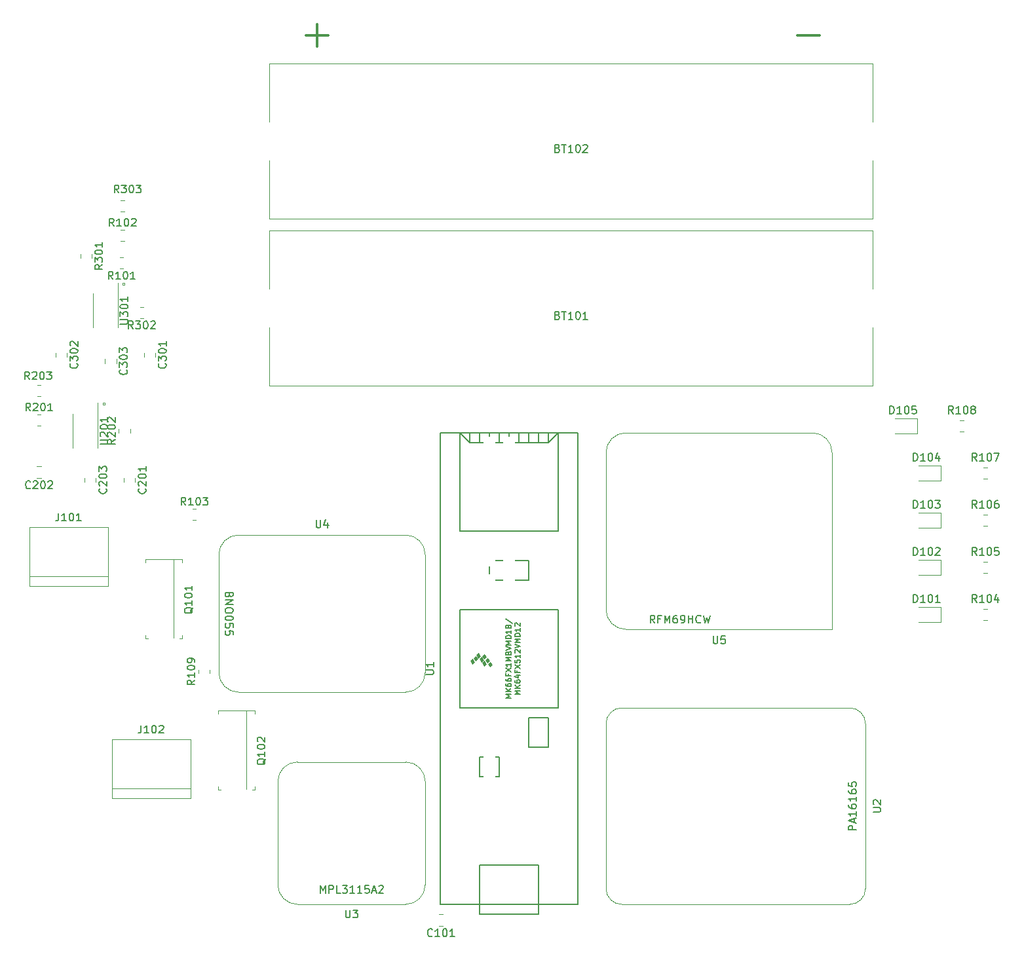
<source format=gto>
G04 #@! TF.GenerationSoftware,KiCad,Pcbnew,(5.1.7)-1*
G04 #@! TF.CreationDate,2021-11-25T13:01:40-05:00*
G04 #@! TF.ProjectId,REV1_FALL_2021,52455631-5f46-4414-9c4c-5f323032312e,rev?*
G04 #@! TF.SameCoordinates,Original*
G04 #@! TF.FileFunction,Legend,Top*
G04 #@! TF.FilePolarity,Positive*
%FSLAX46Y46*%
G04 Gerber Fmt 4.6, Leading zero omitted, Abs format (unit mm)*
G04 Created by KiCad (PCBNEW (5.1.7)-1) date 2021-11-25 13:01:40*
%MOMM*%
%LPD*%
G01*
G04 APERTURE LIST*
%ADD10C,0.120000*%
%ADD11C,0.300000*%
%ADD12C,0.100000*%
%ADD13C,0.150000*%
%ADD14R,10.000000X5.000000*%
%ADD15C,1.600000*%
%ADD16R,1.600000X1.600000*%
%ADD17R,3.000000X3.000000*%
%ADD18C,3.000000*%
%ADD19R,2.000000X2.000000*%
%ADD20C,2.000000*%
G04 APERTURE END LIST*
D10*
X43688000Y-93726000D02*
X43434000Y-93726000D01*
X43688000Y-93472000D02*
X43688000Y-93726000D01*
X43434000Y-93472000D02*
X43688000Y-93472000D01*
X43434000Y-93726000D02*
X43434000Y-93472000D01*
X46228000Y-77978000D02*
X46228000Y-78232000D01*
X45974000Y-77978000D02*
X46228000Y-77978000D01*
X45974000Y-78232000D02*
X45974000Y-77978000D01*
X46228000Y-78232000D02*
X45974000Y-78232000D01*
D11*
X133168571Y-45992142D02*
X136071428Y-45992142D01*
X69668571Y-45992142D02*
X72571428Y-45992142D01*
X71120000Y-47443571D02*
X71120000Y-44540714D01*
D10*
X64945000Y-71230000D02*
X142945000Y-71230000D01*
X142945000Y-71230000D02*
X142945000Y-91330000D01*
X142945000Y-91330000D02*
X64945000Y-91330000D01*
X64945000Y-91330000D02*
X64945000Y-71230000D01*
X64945000Y-49640000D02*
X142945000Y-49640000D01*
X142945000Y-49640000D02*
X142945000Y-69740000D01*
X142945000Y-69740000D02*
X64945000Y-69740000D01*
X64945000Y-69740000D02*
X64945000Y-49640000D01*
X141986000Y-135001000D02*
X141986000Y-156337000D01*
X110490000Y-132969000D02*
X139954000Y-132969000D01*
X108458000Y-135509000D02*
X108458000Y-135001000D01*
X108458000Y-145669000D02*
X108458000Y-146050000D01*
X108458000Y-145669000D02*
X108458000Y-135509000D01*
X108458000Y-145669000D02*
X108458000Y-155829000D01*
X110490000Y-158369000D02*
X139954000Y-158369000D01*
X108458000Y-156337000D02*
X108458000Y-155829000D01*
X110490000Y-158369000D02*
G75*
G02*
X108458000Y-156337000I0J2032000D01*
G01*
X108458000Y-135001000D02*
G75*
G02*
X110490000Y-132969000I2032000J0D01*
G01*
X141986000Y-156337000D02*
G75*
G02*
X139954000Y-158369000I-2032000J0D01*
G01*
X139954000Y-132969000D02*
G75*
G02*
X141986000Y-135001000I0J-2032000D01*
G01*
X75565000Y-139954000D02*
X82550000Y-139954000D01*
X75565000Y-139954000D02*
X68580000Y-139954000D01*
X85090000Y-142494000D02*
X85090000Y-149479000D01*
X85090000Y-149479000D02*
X85090000Y-155829000D01*
X82550000Y-158369000D02*
X68580000Y-158369000D01*
X66040000Y-155829000D02*
X66040000Y-142494000D01*
X68580000Y-158369000D02*
G75*
G02*
X66040000Y-155829000I0J2540000D01*
G01*
X85090000Y-155829000D02*
G75*
G02*
X82550000Y-158369000I-2540000J0D01*
G01*
X82550000Y-139954000D02*
G75*
G02*
X85090000Y-142494000I0J-2540000D01*
G01*
X66040000Y-142494000D02*
G75*
G02*
X68580000Y-139954000I2540000J0D01*
G01*
X60960000Y-130937000D02*
X82550000Y-130937000D01*
X82550000Y-110617000D02*
X60960000Y-110617000D01*
X58420000Y-113157000D02*
X58420000Y-128397000D01*
X85090000Y-113157000D02*
X85090000Y-128397000D01*
X85090000Y-128397000D02*
G75*
G02*
X82550000Y-130937000I-2540000J0D01*
G01*
X60960000Y-130937000D02*
G75*
G02*
X58420000Y-128397000I0J2540000D01*
G01*
X58420000Y-113157000D02*
G75*
G02*
X60960000Y-110617000I2540000J0D01*
G01*
X82550000Y-110617000D02*
G75*
G02*
X85090000Y-113157000I0J-2540000D01*
G01*
X137668000Y-122174000D02*
X137668000Y-122809000D01*
X135128000Y-97409000D02*
X110998000Y-97409000D01*
X137668000Y-122174000D02*
X137668000Y-99949000D01*
X110998000Y-122809000D02*
X137668000Y-122809000D01*
X108458000Y-110109000D02*
X108458000Y-120269000D01*
X108458000Y-110109000D02*
X108458000Y-99949000D01*
X108458000Y-99949000D02*
G75*
G02*
X110998000Y-97409000I2540000J0D01*
G01*
X110998000Y-122809000D02*
G75*
G02*
X108458000Y-120269000I0J2540000D01*
G01*
X135128000Y-97409000D02*
G75*
G02*
X137668000Y-99949000I0J-2540000D01*
G01*
D12*
G36*
X92075000Y-126619000D02*
G01*
X92329000Y-126365000D01*
X92583000Y-126746000D01*
X92329000Y-127000000D01*
X92075000Y-126619000D01*
G37*
X92075000Y-126619000D02*
X92329000Y-126365000D01*
X92583000Y-126746000D01*
X92329000Y-127000000D01*
X92075000Y-126619000D01*
G36*
X91313000Y-126492000D02*
G01*
X91567000Y-126238000D01*
X91821000Y-126619000D01*
X91567000Y-126873000D01*
X91313000Y-126492000D01*
G37*
X91313000Y-126492000D02*
X91567000Y-126238000D01*
X91821000Y-126619000D01*
X91567000Y-126873000D01*
X91313000Y-126492000D01*
G36*
X92456000Y-126238000D02*
G01*
X92710000Y-125984000D01*
X92964000Y-126365000D01*
X92710000Y-126619000D01*
X92456000Y-126238000D01*
G37*
X92456000Y-126238000D02*
X92710000Y-125984000D01*
X92964000Y-126365000D01*
X92710000Y-126619000D01*
X92456000Y-126238000D01*
G36*
X92837000Y-126746000D02*
G01*
X93091000Y-126492000D01*
X93345000Y-126873000D01*
X93091000Y-127127000D01*
X92837000Y-126746000D01*
G37*
X92837000Y-126746000D02*
X93091000Y-126492000D01*
X93345000Y-126873000D01*
X93091000Y-127127000D01*
X92837000Y-126746000D01*
G36*
X91694000Y-126111000D02*
G01*
X91948000Y-125857000D01*
X92202000Y-126238000D01*
X91948000Y-126492000D01*
X91694000Y-126111000D01*
G37*
X91694000Y-126111000D02*
X91948000Y-125857000D01*
X92202000Y-126238000D01*
X91948000Y-126492000D01*
X91694000Y-126111000D01*
G36*
X93218000Y-127254000D02*
G01*
X93472000Y-127000000D01*
X93726000Y-127381000D01*
X93472000Y-127635000D01*
X93218000Y-127254000D01*
G37*
X93218000Y-127254000D02*
X93472000Y-127000000D01*
X93726000Y-127381000D01*
X93472000Y-127635000D01*
X93218000Y-127254000D01*
G36*
X92456000Y-127127000D02*
G01*
X92710000Y-126873000D01*
X92964000Y-127254000D01*
X92710000Y-127508000D01*
X92456000Y-127127000D01*
G37*
X92456000Y-127127000D02*
X92710000Y-126873000D01*
X92964000Y-127254000D01*
X92710000Y-127508000D01*
X92456000Y-127127000D01*
G36*
X90932000Y-126873000D02*
G01*
X91186000Y-126619000D01*
X91440000Y-127000000D01*
X91186000Y-127254000D01*
X90932000Y-126873000D01*
G37*
X90932000Y-126873000D02*
X91186000Y-126619000D01*
X91440000Y-127000000D01*
X91186000Y-127254000D01*
X90932000Y-126873000D01*
D13*
X104775000Y-158369000D02*
X86995000Y-158369000D01*
X86995000Y-97409000D02*
X104775000Y-97409000D01*
X93345000Y-116459000D02*
X93345000Y-113919000D01*
X98425000Y-116459000D02*
X93345000Y-116459000D01*
X98425000Y-113919000D02*
X98425000Y-116459000D01*
X93345000Y-113919000D02*
X98425000Y-113919000D01*
X99695000Y-153289000D02*
X99695000Y-158369000D01*
X92075000Y-153289000D02*
X92075000Y-158369000D01*
X99695000Y-153289000D02*
X92075000Y-153289000D01*
X92075000Y-159639000D02*
X92075000Y-158369000D01*
X99695000Y-159639000D02*
X92075000Y-159639000D01*
X99695000Y-158369000D02*
X99695000Y-159639000D01*
X104775000Y-158369000D02*
X104775000Y-97409000D01*
X86995000Y-97409000D02*
X86995000Y-158369000D01*
X102235000Y-110109000D02*
X102235000Y-97409000D01*
X89535000Y-110109000D02*
X102235000Y-110109000D01*
X89535000Y-97409000D02*
X89535000Y-110109000D01*
X90805000Y-98679000D02*
X89535000Y-97409000D01*
X100965000Y-98679000D02*
X90805000Y-98679000D01*
X102235000Y-97409000D02*
X100965000Y-98679000D01*
X90805000Y-98679000D02*
X90805000Y-97409000D01*
X92075000Y-98679000D02*
X92075000Y-97409000D01*
X93345000Y-98679000D02*
X93345000Y-97409000D01*
X94615000Y-98679000D02*
X94615000Y-97409000D01*
X95885000Y-98679000D02*
X95885000Y-97409000D01*
X97155000Y-98679000D02*
X97155000Y-97409000D01*
X98425000Y-98679000D02*
X98425000Y-97409000D01*
X99695000Y-98679000D02*
X99695000Y-97409000D01*
X100965000Y-98679000D02*
X100965000Y-97409000D01*
X89535000Y-132969000D02*
X89535000Y-120269000D01*
X102235000Y-132969000D02*
X102235000Y-120269000D01*
X89535000Y-132969000D02*
X102235000Y-132969000D01*
X102235000Y-120269000D02*
X89535000Y-120269000D01*
X98425000Y-134239000D02*
X100965000Y-134239000D01*
X98425000Y-138049000D02*
X98425000Y-134239000D01*
X100965000Y-138049000D02*
X98425000Y-138049000D01*
X100965000Y-134239000D02*
X100965000Y-138049000D01*
X92075000Y-139319000D02*
X92075000Y-141859000D01*
X94615000Y-139319000D02*
X92075000Y-139319000D01*
X94615000Y-141859000D02*
X94615000Y-139319000D01*
X92075000Y-141859000D02*
X94615000Y-141859000D01*
D10*
X47598000Y-103243748D02*
X47598000Y-103766252D01*
X46128000Y-103243748D02*
X46128000Y-103766252D01*
X35440252Y-101754000D02*
X34917748Y-101754000D01*
X35440252Y-103224000D02*
X34917748Y-103224000D01*
X42518000Y-103243748D02*
X42518000Y-103766252D01*
X41048000Y-103243748D02*
X41048000Y-103766252D01*
X50201500Y-87051248D02*
X50201500Y-87573752D01*
X48731500Y-87051248D02*
X48731500Y-87573752D01*
X37301500Y-87051248D02*
X37301500Y-87573752D01*
X38771500Y-87051248D02*
X38771500Y-87573752D01*
X43715000Y-87876748D02*
X43715000Y-88399252D01*
X45185000Y-87876748D02*
X45185000Y-88399252D01*
X44069000Y-115951000D02*
X33909000Y-115951000D01*
X44069000Y-117221000D02*
X44069000Y-109601000D01*
X44069000Y-109601000D02*
X33909000Y-109601000D01*
X33909000Y-109601000D02*
X33909000Y-117221000D01*
X33909000Y-117221000D02*
X44069000Y-117221000D01*
D12*
X52598000Y-113772000D02*
X52598000Y-123872000D01*
X48908000Y-123972000D02*
X49308000Y-123972000D01*
X48908000Y-123972000D02*
X48908000Y-123572000D01*
X48908000Y-113772000D02*
X53308000Y-113772000D01*
X48908000Y-113772000D02*
X48908000Y-114172000D01*
X53708000Y-113772000D02*
X53308000Y-113772000D01*
X53708000Y-113772000D02*
X53708000Y-114172000D01*
X53708000Y-123572000D02*
X53708000Y-123972000D01*
X53708000Y-123972000D02*
X53308000Y-123972000D01*
D10*
X46074064Y-76173000D02*
X45619936Y-76173000D01*
X46074064Y-74703000D02*
X45619936Y-74703000D01*
X45746936Y-72617000D02*
X46201064Y-72617000D01*
X45746936Y-71147000D02*
X46201064Y-71147000D01*
X55017936Y-108685000D02*
X55472064Y-108685000D01*
X55017936Y-107215000D02*
X55472064Y-107215000D01*
X34951936Y-96493000D02*
X35406064Y-96493000D01*
X34951936Y-95023000D02*
X35406064Y-95023000D01*
X45493000Y-97382064D02*
X45493000Y-96927936D01*
X46963000Y-97382064D02*
X46963000Y-96927936D01*
X42010000Y-74321936D02*
X42010000Y-74776064D01*
X40540000Y-74321936D02*
X40540000Y-74776064D01*
X48677564Y-82586500D02*
X48223436Y-82586500D01*
X48677564Y-81116500D02*
X48223436Y-81116500D01*
X148860000Y-121864000D02*
X151720000Y-121864000D01*
X151720000Y-121864000D02*
X151720000Y-119944000D01*
X151720000Y-119944000D02*
X148860000Y-119944000D01*
X151720000Y-113848000D02*
X148860000Y-113848000D01*
X151720000Y-115768000D02*
X151720000Y-113848000D01*
X148860000Y-115768000D02*
X151720000Y-115768000D01*
X151720000Y-107752000D02*
X148860000Y-107752000D01*
X151720000Y-109672000D02*
X151720000Y-107752000D01*
X148860000Y-109672000D02*
X151720000Y-109672000D01*
X148860000Y-103576000D02*
X151720000Y-103576000D01*
X151720000Y-103576000D02*
X151720000Y-101656000D01*
X151720000Y-101656000D02*
X148860000Y-101656000D01*
X148672000Y-95560000D02*
X145812000Y-95560000D01*
X148672000Y-97480000D02*
X148672000Y-95560000D01*
X145812000Y-97480000D02*
X148672000Y-97480000D01*
X157252936Y-121639000D02*
X157707064Y-121639000D01*
X157252936Y-120169000D02*
X157707064Y-120169000D01*
X157252936Y-114073000D02*
X157707064Y-114073000D01*
X157252936Y-115543000D02*
X157707064Y-115543000D01*
X157252936Y-109447000D02*
X157707064Y-109447000D01*
X157252936Y-107977000D02*
X157707064Y-107977000D01*
X157252936Y-103351000D02*
X157707064Y-103351000D01*
X157252936Y-101881000D02*
X157707064Y-101881000D01*
X154204936Y-95785000D02*
X154659064Y-95785000D01*
X154204936Y-97255000D02*
X154659064Y-97255000D01*
X87383252Y-159666000D02*
X86860748Y-159666000D01*
X87383252Y-161136000D02*
X86860748Y-161136000D01*
X54737000Y-143383000D02*
X44577000Y-143383000D01*
X54737000Y-144653000D02*
X54737000Y-137033000D01*
X54737000Y-137033000D02*
X44577000Y-137033000D01*
X44577000Y-137033000D02*
X44577000Y-144653000D01*
X44577000Y-144653000D02*
X54737000Y-144653000D01*
D12*
X61996000Y-133330000D02*
X61996000Y-143430000D01*
X58306000Y-143530000D02*
X58706000Y-143530000D01*
X58306000Y-143530000D02*
X58306000Y-143130000D01*
X58306000Y-133330000D02*
X62706000Y-133330000D01*
X58306000Y-133330000D02*
X58306000Y-133730000D01*
X63106000Y-133330000D02*
X62706000Y-133330000D01*
X63106000Y-133330000D02*
X63106000Y-133730000D01*
X63106000Y-143130000D02*
X63106000Y-143530000D01*
X63106000Y-143530000D02*
X62706000Y-143530000D01*
D10*
X55780000Y-128497064D02*
X55780000Y-128042936D01*
X57250000Y-128497064D02*
X57250000Y-128042936D01*
X42758000Y-97155000D02*
X42758000Y-93555000D01*
X42758000Y-97155000D02*
X42758000Y-99355000D01*
X39538000Y-97155000D02*
X39538000Y-94955000D01*
X39538000Y-97155000D02*
X39538000Y-99355000D01*
X42141500Y-81597500D02*
X42141500Y-83797500D01*
X42141500Y-81597500D02*
X42141500Y-79397500D01*
X45361500Y-81597500D02*
X45361500Y-83797500D01*
X45361500Y-81597500D02*
X45361500Y-77997500D01*
X35406064Y-91213000D02*
X34951936Y-91213000D01*
X35406064Y-92683000D02*
X34951936Y-92683000D01*
X46201064Y-68807000D02*
X45746936Y-68807000D01*
X46201064Y-67337000D02*
X45746936Y-67337000D01*
D13*
X102206904Y-82208571D02*
X102349761Y-82256190D01*
X102397380Y-82303809D01*
X102445000Y-82399047D01*
X102445000Y-82541904D01*
X102397380Y-82637142D01*
X102349761Y-82684761D01*
X102254523Y-82732380D01*
X101873571Y-82732380D01*
X101873571Y-81732380D01*
X102206904Y-81732380D01*
X102302142Y-81780000D01*
X102349761Y-81827619D01*
X102397380Y-81922857D01*
X102397380Y-82018095D01*
X102349761Y-82113333D01*
X102302142Y-82160952D01*
X102206904Y-82208571D01*
X101873571Y-82208571D01*
X102730714Y-81732380D02*
X103302142Y-81732380D01*
X103016428Y-82732380D02*
X103016428Y-81732380D01*
X104159285Y-82732380D02*
X103587857Y-82732380D01*
X103873571Y-82732380D02*
X103873571Y-81732380D01*
X103778333Y-81875238D01*
X103683095Y-81970476D01*
X103587857Y-82018095D01*
X104778333Y-81732380D02*
X104873571Y-81732380D01*
X104968809Y-81780000D01*
X105016428Y-81827619D01*
X105064047Y-81922857D01*
X105111666Y-82113333D01*
X105111666Y-82351428D01*
X105064047Y-82541904D01*
X105016428Y-82637142D01*
X104968809Y-82684761D01*
X104873571Y-82732380D01*
X104778333Y-82732380D01*
X104683095Y-82684761D01*
X104635476Y-82637142D01*
X104587857Y-82541904D01*
X104540238Y-82351428D01*
X104540238Y-82113333D01*
X104587857Y-81922857D01*
X104635476Y-81827619D01*
X104683095Y-81780000D01*
X104778333Y-81732380D01*
X106064047Y-82732380D02*
X105492619Y-82732380D01*
X105778333Y-82732380D02*
X105778333Y-81732380D01*
X105683095Y-81875238D01*
X105587857Y-81970476D01*
X105492619Y-82018095D01*
X102206904Y-60618571D02*
X102349761Y-60666190D01*
X102397380Y-60713809D01*
X102445000Y-60809047D01*
X102445000Y-60951904D01*
X102397380Y-61047142D01*
X102349761Y-61094761D01*
X102254523Y-61142380D01*
X101873571Y-61142380D01*
X101873571Y-60142380D01*
X102206904Y-60142380D01*
X102302142Y-60190000D01*
X102349761Y-60237619D01*
X102397380Y-60332857D01*
X102397380Y-60428095D01*
X102349761Y-60523333D01*
X102302142Y-60570952D01*
X102206904Y-60618571D01*
X101873571Y-60618571D01*
X102730714Y-60142380D02*
X103302142Y-60142380D01*
X103016428Y-61142380D02*
X103016428Y-60142380D01*
X104159285Y-61142380D02*
X103587857Y-61142380D01*
X103873571Y-61142380D02*
X103873571Y-60142380D01*
X103778333Y-60285238D01*
X103683095Y-60380476D01*
X103587857Y-60428095D01*
X104778333Y-60142380D02*
X104873571Y-60142380D01*
X104968809Y-60190000D01*
X105016428Y-60237619D01*
X105064047Y-60332857D01*
X105111666Y-60523333D01*
X105111666Y-60761428D01*
X105064047Y-60951904D01*
X105016428Y-61047142D01*
X104968809Y-61094761D01*
X104873571Y-61142380D01*
X104778333Y-61142380D01*
X104683095Y-61094761D01*
X104635476Y-61047142D01*
X104587857Y-60951904D01*
X104540238Y-60761428D01*
X104540238Y-60523333D01*
X104587857Y-60332857D01*
X104635476Y-60237619D01*
X104683095Y-60190000D01*
X104778333Y-60142380D01*
X105492619Y-60237619D02*
X105540238Y-60190000D01*
X105635476Y-60142380D01*
X105873571Y-60142380D01*
X105968809Y-60190000D01*
X106016428Y-60237619D01*
X106064047Y-60332857D01*
X106064047Y-60428095D01*
X106016428Y-60570952D01*
X105445000Y-61142380D01*
X106064047Y-61142380D01*
X142962380Y-146430904D02*
X143771904Y-146430904D01*
X143867142Y-146383285D01*
X143914761Y-146335666D01*
X143962380Y-146240428D01*
X143962380Y-146049952D01*
X143914761Y-145954714D01*
X143867142Y-145907095D01*
X143771904Y-145859476D01*
X142962380Y-145859476D01*
X143057619Y-145430904D02*
X143010000Y-145383285D01*
X142962380Y-145288047D01*
X142962380Y-145049952D01*
X143010000Y-144954714D01*
X143057619Y-144907095D01*
X143152857Y-144859476D01*
X143248095Y-144859476D01*
X143390952Y-144907095D01*
X143962380Y-145478523D01*
X143962380Y-144859476D01*
X140787380Y-148740428D02*
X139787380Y-148740428D01*
X139787380Y-148359476D01*
X139835000Y-148264238D01*
X139882619Y-148216619D01*
X139977857Y-148169000D01*
X140120714Y-148169000D01*
X140215952Y-148216619D01*
X140263571Y-148264238D01*
X140311190Y-148359476D01*
X140311190Y-148740428D01*
X140501666Y-147788047D02*
X140501666Y-147311857D01*
X140787380Y-147883285D02*
X139787380Y-147549952D01*
X140787380Y-147216619D01*
X140787380Y-146359476D02*
X140787380Y-146930904D01*
X140787380Y-146645190D02*
X139787380Y-146645190D01*
X139930238Y-146740428D01*
X140025476Y-146835666D01*
X140073095Y-146930904D01*
X139787380Y-145502333D02*
X139787380Y-145692809D01*
X139835000Y-145788047D01*
X139882619Y-145835666D01*
X140025476Y-145930904D01*
X140215952Y-145978523D01*
X140596904Y-145978523D01*
X140692142Y-145930904D01*
X140739761Y-145883285D01*
X140787380Y-145788047D01*
X140787380Y-145597571D01*
X140739761Y-145502333D01*
X140692142Y-145454714D01*
X140596904Y-145407095D01*
X140358809Y-145407095D01*
X140263571Y-145454714D01*
X140215952Y-145502333D01*
X140168333Y-145597571D01*
X140168333Y-145788047D01*
X140215952Y-145883285D01*
X140263571Y-145930904D01*
X140358809Y-145978523D01*
X140787380Y-144454714D02*
X140787380Y-145026142D01*
X140787380Y-144740428D02*
X139787380Y-144740428D01*
X139930238Y-144835666D01*
X140025476Y-144930904D01*
X140073095Y-145026142D01*
X139787380Y-143597571D02*
X139787380Y-143788047D01*
X139835000Y-143883285D01*
X139882619Y-143930904D01*
X140025476Y-144026142D01*
X140215952Y-144073761D01*
X140596904Y-144073761D01*
X140692142Y-144026142D01*
X140739761Y-143978523D01*
X140787380Y-143883285D01*
X140787380Y-143692809D01*
X140739761Y-143597571D01*
X140692142Y-143549952D01*
X140596904Y-143502333D01*
X140358809Y-143502333D01*
X140263571Y-143549952D01*
X140215952Y-143597571D01*
X140168333Y-143692809D01*
X140168333Y-143883285D01*
X140215952Y-143978523D01*
X140263571Y-144026142D01*
X140358809Y-144073761D01*
X139787380Y-142597571D02*
X139787380Y-143073761D01*
X140263571Y-143121380D01*
X140215952Y-143073761D01*
X140168333Y-142978523D01*
X140168333Y-142740428D01*
X140215952Y-142645190D01*
X140263571Y-142597571D01*
X140358809Y-142549952D01*
X140596904Y-142549952D01*
X140692142Y-142597571D01*
X140739761Y-142645190D01*
X140787380Y-142740428D01*
X140787380Y-142978523D01*
X140739761Y-143073761D01*
X140692142Y-143121380D01*
X74803095Y-159091380D02*
X74803095Y-159900904D01*
X74850714Y-159996142D01*
X74898333Y-160043761D01*
X74993571Y-160091380D01*
X75184047Y-160091380D01*
X75279285Y-160043761D01*
X75326904Y-159996142D01*
X75374523Y-159900904D01*
X75374523Y-159091380D01*
X75755476Y-159091380D02*
X76374523Y-159091380D01*
X76041190Y-159472333D01*
X76184047Y-159472333D01*
X76279285Y-159519952D01*
X76326904Y-159567571D01*
X76374523Y-159662809D01*
X76374523Y-159900904D01*
X76326904Y-159996142D01*
X76279285Y-160043761D01*
X76184047Y-160091380D01*
X75898333Y-160091380D01*
X75803095Y-160043761D01*
X75755476Y-159996142D01*
X71517380Y-156916380D02*
X71517380Y-155916380D01*
X71850714Y-156630666D01*
X72184047Y-155916380D01*
X72184047Y-156916380D01*
X72660238Y-156916380D02*
X72660238Y-155916380D01*
X73041190Y-155916380D01*
X73136428Y-155964000D01*
X73184047Y-156011619D01*
X73231666Y-156106857D01*
X73231666Y-156249714D01*
X73184047Y-156344952D01*
X73136428Y-156392571D01*
X73041190Y-156440190D01*
X72660238Y-156440190D01*
X74136428Y-156916380D02*
X73660238Y-156916380D01*
X73660238Y-155916380D01*
X74374523Y-155916380D02*
X74993571Y-155916380D01*
X74660238Y-156297333D01*
X74803095Y-156297333D01*
X74898333Y-156344952D01*
X74945952Y-156392571D01*
X74993571Y-156487809D01*
X74993571Y-156725904D01*
X74945952Y-156821142D01*
X74898333Y-156868761D01*
X74803095Y-156916380D01*
X74517380Y-156916380D01*
X74422142Y-156868761D01*
X74374523Y-156821142D01*
X75945952Y-156916380D02*
X75374523Y-156916380D01*
X75660238Y-156916380D02*
X75660238Y-155916380D01*
X75565000Y-156059238D01*
X75469761Y-156154476D01*
X75374523Y-156202095D01*
X76898333Y-156916380D02*
X76326904Y-156916380D01*
X76612619Y-156916380D02*
X76612619Y-155916380D01*
X76517380Y-156059238D01*
X76422142Y-156154476D01*
X76326904Y-156202095D01*
X77803095Y-155916380D02*
X77326904Y-155916380D01*
X77279285Y-156392571D01*
X77326904Y-156344952D01*
X77422142Y-156297333D01*
X77660238Y-156297333D01*
X77755476Y-156344952D01*
X77803095Y-156392571D01*
X77850714Y-156487809D01*
X77850714Y-156725904D01*
X77803095Y-156821142D01*
X77755476Y-156868761D01*
X77660238Y-156916380D01*
X77422142Y-156916380D01*
X77326904Y-156868761D01*
X77279285Y-156821142D01*
X78231666Y-156630666D02*
X78707857Y-156630666D01*
X78136428Y-156916380D02*
X78469761Y-155916380D01*
X78803095Y-156916380D01*
X79088809Y-156011619D02*
X79136428Y-155964000D01*
X79231666Y-155916380D01*
X79469761Y-155916380D01*
X79565000Y-155964000D01*
X79612619Y-156011619D01*
X79660238Y-156106857D01*
X79660238Y-156202095D01*
X79612619Y-156344952D01*
X79041190Y-156916380D01*
X79660238Y-156916380D01*
X70993095Y-108664380D02*
X70993095Y-109473904D01*
X71040714Y-109569142D01*
X71088333Y-109616761D01*
X71183571Y-109664380D01*
X71374047Y-109664380D01*
X71469285Y-109616761D01*
X71516904Y-109569142D01*
X71564523Y-109473904D01*
X71564523Y-108664380D01*
X72469285Y-108997714D02*
X72469285Y-109664380D01*
X72231190Y-108616761D02*
X71993095Y-109331047D01*
X72612142Y-109331047D01*
X59761428Y-118372238D02*
X59713809Y-118515095D01*
X59666190Y-118562714D01*
X59570952Y-118610333D01*
X59428095Y-118610333D01*
X59332857Y-118562714D01*
X59285238Y-118515095D01*
X59237619Y-118419857D01*
X59237619Y-118038904D01*
X60237619Y-118038904D01*
X60237619Y-118372238D01*
X60190000Y-118467476D01*
X60142380Y-118515095D01*
X60047142Y-118562714D01*
X59951904Y-118562714D01*
X59856666Y-118515095D01*
X59809047Y-118467476D01*
X59761428Y-118372238D01*
X59761428Y-118038904D01*
X59237619Y-119038904D02*
X60237619Y-119038904D01*
X59237619Y-119610333D01*
X60237619Y-119610333D01*
X60237619Y-120277000D02*
X60237619Y-120467476D01*
X60190000Y-120562714D01*
X60094761Y-120657952D01*
X59904285Y-120705571D01*
X59570952Y-120705571D01*
X59380476Y-120657952D01*
X59285238Y-120562714D01*
X59237619Y-120467476D01*
X59237619Y-120277000D01*
X59285238Y-120181761D01*
X59380476Y-120086523D01*
X59570952Y-120038904D01*
X59904285Y-120038904D01*
X60094761Y-120086523D01*
X60190000Y-120181761D01*
X60237619Y-120277000D01*
X60237619Y-121324619D02*
X60237619Y-121419857D01*
X60190000Y-121515095D01*
X60142380Y-121562714D01*
X60047142Y-121610333D01*
X59856666Y-121657952D01*
X59618571Y-121657952D01*
X59428095Y-121610333D01*
X59332857Y-121562714D01*
X59285238Y-121515095D01*
X59237619Y-121419857D01*
X59237619Y-121324619D01*
X59285238Y-121229380D01*
X59332857Y-121181761D01*
X59428095Y-121134142D01*
X59618571Y-121086523D01*
X59856666Y-121086523D01*
X60047142Y-121134142D01*
X60142380Y-121181761D01*
X60190000Y-121229380D01*
X60237619Y-121324619D01*
X60237619Y-122562714D02*
X60237619Y-122086523D01*
X59761428Y-122038904D01*
X59809047Y-122086523D01*
X59856666Y-122181761D01*
X59856666Y-122419857D01*
X59809047Y-122515095D01*
X59761428Y-122562714D01*
X59666190Y-122610333D01*
X59428095Y-122610333D01*
X59332857Y-122562714D01*
X59285238Y-122515095D01*
X59237619Y-122419857D01*
X59237619Y-122181761D01*
X59285238Y-122086523D01*
X59332857Y-122038904D01*
X60237619Y-123515095D02*
X60237619Y-123038904D01*
X59761428Y-122991285D01*
X59809047Y-123038904D01*
X59856666Y-123134142D01*
X59856666Y-123372238D01*
X59809047Y-123467476D01*
X59761428Y-123515095D01*
X59666190Y-123562714D01*
X59428095Y-123562714D01*
X59332857Y-123515095D01*
X59285238Y-123467476D01*
X59237619Y-123372238D01*
X59237619Y-123134142D01*
X59285238Y-123038904D01*
X59332857Y-122991285D01*
X122301095Y-123666380D02*
X122301095Y-124475904D01*
X122348714Y-124571142D01*
X122396333Y-124618761D01*
X122491571Y-124666380D01*
X122682047Y-124666380D01*
X122777285Y-124618761D01*
X122824904Y-124571142D01*
X122872523Y-124475904D01*
X122872523Y-123666380D01*
X123824904Y-123666380D02*
X123348714Y-123666380D01*
X123301095Y-124142571D01*
X123348714Y-124094952D01*
X123443952Y-124047333D01*
X123682047Y-124047333D01*
X123777285Y-124094952D01*
X123824904Y-124142571D01*
X123872523Y-124237809D01*
X123872523Y-124475904D01*
X123824904Y-124571142D01*
X123777285Y-124618761D01*
X123682047Y-124666380D01*
X123443952Y-124666380D01*
X123348714Y-124618761D01*
X123301095Y-124571142D01*
X114744904Y-121991380D02*
X114411571Y-121515190D01*
X114173476Y-121991380D02*
X114173476Y-120991380D01*
X114554428Y-120991380D01*
X114649666Y-121039000D01*
X114697285Y-121086619D01*
X114744904Y-121181857D01*
X114744904Y-121324714D01*
X114697285Y-121419952D01*
X114649666Y-121467571D01*
X114554428Y-121515190D01*
X114173476Y-121515190D01*
X115506809Y-121467571D02*
X115173476Y-121467571D01*
X115173476Y-121991380D02*
X115173476Y-120991380D01*
X115649666Y-120991380D01*
X116030619Y-121991380D02*
X116030619Y-120991380D01*
X116363952Y-121705666D01*
X116697285Y-120991380D01*
X116697285Y-121991380D01*
X117602047Y-120991380D02*
X117411571Y-120991380D01*
X117316333Y-121039000D01*
X117268714Y-121086619D01*
X117173476Y-121229476D01*
X117125857Y-121419952D01*
X117125857Y-121800904D01*
X117173476Y-121896142D01*
X117221095Y-121943761D01*
X117316333Y-121991380D01*
X117506809Y-121991380D01*
X117602047Y-121943761D01*
X117649666Y-121896142D01*
X117697285Y-121800904D01*
X117697285Y-121562809D01*
X117649666Y-121467571D01*
X117602047Y-121419952D01*
X117506809Y-121372333D01*
X117316333Y-121372333D01*
X117221095Y-121419952D01*
X117173476Y-121467571D01*
X117125857Y-121562809D01*
X118173476Y-121991380D02*
X118363952Y-121991380D01*
X118459190Y-121943761D01*
X118506809Y-121896142D01*
X118602047Y-121753285D01*
X118649666Y-121562809D01*
X118649666Y-121181857D01*
X118602047Y-121086619D01*
X118554428Y-121039000D01*
X118459190Y-120991380D01*
X118268714Y-120991380D01*
X118173476Y-121039000D01*
X118125857Y-121086619D01*
X118078238Y-121181857D01*
X118078238Y-121419952D01*
X118125857Y-121515190D01*
X118173476Y-121562809D01*
X118268714Y-121610428D01*
X118459190Y-121610428D01*
X118554428Y-121562809D01*
X118602047Y-121515190D01*
X118649666Y-121419952D01*
X119078238Y-121991380D02*
X119078238Y-120991380D01*
X119078238Y-121467571D02*
X119649666Y-121467571D01*
X119649666Y-121991380D02*
X119649666Y-120991380D01*
X120697285Y-121896142D02*
X120649666Y-121943761D01*
X120506809Y-121991380D01*
X120411571Y-121991380D01*
X120268714Y-121943761D01*
X120173476Y-121848523D01*
X120125857Y-121753285D01*
X120078238Y-121562809D01*
X120078238Y-121419952D01*
X120125857Y-121229476D01*
X120173476Y-121134238D01*
X120268714Y-121039000D01*
X120411571Y-120991380D01*
X120506809Y-120991380D01*
X120649666Y-121039000D01*
X120697285Y-121086619D01*
X121030619Y-120991380D02*
X121268714Y-121991380D01*
X121459190Y-121277095D01*
X121649666Y-121991380D01*
X121887761Y-120991380D01*
X85177380Y-128650904D02*
X85986904Y-128650904D01*
X86082142Y-128603285D01*
X86129761Y-128555666D01*
X86177380Y-128460428D01*
X86177380Y-128269952D01*
X86129761Y-128174714D01*
X86082142Y-128127095D01*
X85986904Y-128079476D01*
X85177380Y-128079476D01*
X86177380Y-127079476D02*
X86177380Y-127650904D01*
X86177380Y-127365190D02*
X85177380Y-127365190D01*
X85320238Y-127460428D01*
X85415476Y-127555666D01*
X85463095Y-127650904D01*
X96201666Y-131669000D02*
X95501666Y-131669000D01*
X96001666Y-131435666D01*
X95501666Y-131202333D01*
X96201666Y-131202333D01*
X96201666Y-130869000D02*
X95501666Y-130869000D01*
X96201666Y-130469000D02*
X95801666Y-130769000D01*
X95501666Y-130469000D02*
X95901666Y-130869000D01*
X95501666Y-129869000D02*
X95501666Y-130002333D01*
X95535000Y-130069000D01*
X95568333Y-130102333D01*
X95668333Y-130169000D01*
X95801666Y-130202333D01*
X96068333Y-130202333D01*
X96135000Y-130169000D01*
X96168333Y-130135666D01*
X96201666Y-130069000D01*
X96201666Y-129935666D01*
X96168333Y-129869000D01*
X96135000Y-129835666D01*
X96068333Y-129802333D01*
X95901666Y-129802333D01*
X95835000Y-129835666D01*
X95801666Y-129869000D01*
X95768333Y-129935666D01*
X95768333Y-130069000D01*
X95801666Y-130135666D01*
X95835000Y-130169000D01*
X95901666Y-130202333D01*
X95501666Y-129202333D02*
X95501666Y-129335666D01*
X95535000Y-129402333D01*
X95568333Y-129435666D01*
X95668333Y-129502333D01*
X95801666Y-129535666D01*
X96068333Y-129535666D01*
X96135000Y-129502333D01*
X96168333Y-129469000D01*
X96201666Y-129402333D01*
X96201666Y-129269000D01*
X96168333Y-129202333D01*
X96135000Y-129169000D01*
X96068333Y-129135666D01*
X95901666Y-129135666D01*
X95835000Y-129169000D01*
X95801666Y-129202333D01*
X95768333Y-129269000D01*
X95768333Y-129402333D01*
X95801666Y-129469000D01*
X95835000Y-129502333D01*
X95901666Y-129535666D01*
X95835000Y-128602333D02*
X95835000Y-128835666D01*
X96201666Y-128835666D02*
X95501666Y-128835666D01*
X95501666Y-128502333D01*
X95501666Y-128302333D02*
X96201666Y-127835666D01*
X95501666Y-127835666D02*
X96201666Y-128302333D01*
X96201666Y-127202333D02*
X96201666Y-127602333D01*
X96201666Y-127402333D02*
X95501666Y-127402333D01*
X95601666Y-127469000D01*
X95668333Y-127535666D01*
X95701666Y-127602333D01*
X96201666Y-126902333D02*
X95501666Y-126902333D01*
X96001666Y-126669000D01*
X95501666Y-126435666D01*
X96201666Y-126435666D01*
X95835000Y-125869000D02*
X95868333Y-125769000D01*
X95901666Y-125735666D01*
X95968333Y-125702333D01*
X96068333Y-125702333D01*
X96135000Y-125735666D01*
X96168333Y-125769000D01*
X96201666Y-125835666D01*
X96201666Y-126102333D01*
X95501666Y-126102333D01*
X95501666Y-125869000D01*
X95535000Y-125802333D01*
X95568333Y-125769000D01*
X95635000Y-125735666D01*
X95701666Y-125735666D01*
X95768333Y-125769000D01*
X95801666Y-125802333D01*
X95835000Y-125869000D01*
X95835000Y-126102333D01*
X95501666Y-125502333D02*
X96201666Y-125269000D01*
X95501666Y-125035666D01*
X96201666Y-124802333D02*
X95501666Y-124802333D01*
X96001666Y-124569000D01*
X95501666Y-124335666D01*
X96201666Y-124335666D01*
X96201666Y-124002333D02*
X95501666Y-124002333D01*
X95501666Y-123835666D01*
X95535000Y-123735666D01*
X95601666Y-123669000D01*
X95668333Y-123635666D01*
X95801666Y-123602333D01*
X95901666Y-123602333D01*
X96035000Y-123635666D01*
X96101666Y-123669000D01*
X96168333Y-123735666D01*
X96201666Y-123835666D01*
X96201666Y-124002333D01*
X96201666Y-122935666D02*
X96201666Y-123335666D01*
X96201666Y-123135666D02*
X95501666Y-123135666D01*
X95601666Y-123202333D01*
X95668333Y-123269000D01*
X95701666Y-123335666D01*
X95801666Y-122535666D02*
X95768333Y-122602333D01*
X95735000Y-122635666D01*
X95668333Y-122669000D01*
X95635000Y-122669000D01*
X95568333Y-122635666D01*
X95535000Y-122602333D01*
X95501666Y-122535666D01*
X95501666Y-122402333D01*
X95535000Y-122335666D01*
X95568333Y-122302333D01*
X95635000Y-122269000D01*
X95668333Y-122269000D01*
X95735000Y-122302333D01*
X95768333Y-122335666D01*
X95801666Y-122402333D01*
X95801666Y-122535666D01*
X95835000Y-122602333D01*
X95868333Y-122635666D01*
X95935000Y-122669000D01*
X96068333Y-122669000D01*
X96135000Y-122635666D01*
X96168333Y-122602333D01*
X96201666Y-122535666D01*
X96201666Y-122402333D01*
X96168333Y-122335666D01*
X96135000Y-122302333D01*
X96068333Y-122269000D01*
X95935000Y-122269000D01*
X95868333Y-122302333D01*
X95835000Y-122335666D01*
X95801666Y-122402333D01*
X95468333Y-121469000D02*
X96368333Y-122069000D01*
X97344666Y-131219000D02*
X96644666Y-131219000D01*
X97144666Y-130985666D01*
X96644666Y-130752333D01*
X97344666Y-130752333D01*
X97344666Y-130419000D02*
X96644666Y-130419000D01*
X97344666Y-130019000D02*
X96944666Y-130319000D01*
X96644666Y-130019000D02*
X97044666Y-130419000D01*
X96644666Y-129419000D02*
X96644666Y-129552333D01*
X96678000Y-129619000D01*
X96711333Y-129652333D01*
X96811333Y-129719000D01*
X96944666Y-129752333D01*
X97211333Y-129752333D01*
X97278000Y-129719000D01*
X97311333Y-129685666D01*
X97344666Y-129619000D01*
X97344666Y-129485666D01*
X97311333Y-129419000D01*
X97278000Y-129385666D01*
X97211333Y-129352333D01*
X97044666Y-129352333D01*
X96978000Y-129385666D01*
X96944666Y-129419000D01*
X96911333Y-129485666D01*
X96911333Y-129619000D01*
X96944666Y-129685666D01*
X96978000Y-129719000D01*
X97044666Y-129752333D01*
X96878000Y-128752333D02*
X97344666Y-128752333D01*
X96611333Y-128919000D02*
X97111333Y-129085666D01*
X97111333Y-128652333D01*
X96978000Y-128152333D02*
X96978000Y-128385666D01*
X97344666Y-128385666D02*
X96644666Y-128385666D01*
X96644666Y-128052333D01*
X96644666Y-127852333D02*
X97344666Y-127385666D01*
X96644666Y-127385666D02*
X97344666Y-127852333D01*
X96644666Y-126785666D02*
X96644666Y-127119000D01*
X96978000Y-127152333D01*
X96944666Y-127119000D01*
X96911333Y-127052333D01*
X96911333Y-126885666D01*
X96944666Y-126819000D01*
X96978000Y-126785666D01*
X97044666Y-126752333D01*
X97211333Y-126752333D01*
X97278000Y-126785666D01*
X97311333Y-126819000D01*
X97344666Y-126885666D01*
X97344666Y-127052333D01*
X97311333Y-127119000D01*
X97278000Y-127152333D01*
X97344666Y-126085666D02*
X97344666Y-126485666D01*
X97344666Y-126285666D02*
X96644666Y-126285666D01*
X96744666Y-126352333D01*
X96811333Y-126419000D01*
X96844666Y-126485666D01*
X96711333Y-125819000D02*
X96678000Y-125785666D01*
X96644666Y-125719000D01*
X96644666Y-125552333D01*
X96678000Y-125485666D01*
X96711333Y-125452333D01*
X96778000Y-125419000D01*
X96844666Y-125419000D01*
X96944666Y-125452333D01*
X97344666Y-125852333D01*
X97344666Y-125419000D01*
X96644666Y-125219000D02*
X97344666Y-124985666D01*
X96644666Y-124752333D01*
X97344666Y-124519000D02*
X96644666Y-124519000D01*
X97144666Y-124285666D01*
X96644666Y-124052333D01*
X97344666Y-124052333D01*
X97344666Y-123719000D02*
X96644666Y-123719000D01*
X96644666Y-123552333D01*
X96678000Y-123452333D01*
X96744666Y-123385666D01*
X96811333Y-123352333D01*
X96944666Y-123319000D01*
X97044666Y-123319000D01*
X97178000Y-123352333D01*
X97244666Y-123385666D01*
X97311333Y-123452333D01*
X97344666Y-123552333D01*
X97344666Y-123719000D01*
X97344666Y-122652333D02*
X97344666Y-123052333D01*
X97344666Y-122852333D02*
X96644666Y-122852333D01*
X96744666Y-122919000D01*
X96811333Y-122985666D01*
X96844666Y-123052333D01*
X96711333Y-122385666D02*
X96678000Y-122352333D01*
X96644666Y-122285666D01*
X96644666Y-122119000D01*
X96678000Y-122052333D01*
X96711333Y-122019000D01*
X96778000Y-121985666D01*
X96844666Y-121985666D01*
X96944666Y-122019000D01*
X97344666Y-122419000D01*
X97344666Y-121985666D01*
X48900142Y-104624047D02*
X48947761Y-104671666D01*
X48995380Y-104814523D01*
X48995380Y-104909761D01*
X48947761Y-105052619D01*
X48852523Y-105147857D01*
X48757285Y-105195476D01*
X48566809Y-105243095D01*
X48423952Y-105243095D01*
X48233476Y-105195476D01*
X48138238Y-105147857D01*
X48043000Y-105052619D01*
X47995380Y-104909761D01*
X47995380Y-104814523D01*
X48043000Y-104671666D01*
X48090619Y-104624047D01*
X48090619Y-104243095D02*
X48043000Y-104195476D01*
X47995380Y-104100238D01*
X47995380Y-103862142D01*
X48043000Y-103766904D01*
X48090619Y-103719285D01*
X48185857Y-103671666D01*
X48281095Y-103671666D01*
X48423952Y-103719285D01*
X48995380Y-104290714D01*
X48995380Y-103671666D01*
X47995380Y-103052619D02*
X47995380Y-102957380D01*
X48043000Y-102862142D01*
X48090619Y-102814523D01*
X48185857Y-102766904D01*
X48376333Y-102719285D01*
X48614428Y-102719285D01*
X48804904Y-102766904D01*
X48900142Y-102814523D01*
X48947761Y-102862142D01*
X48995380Y-102957380D01*
X48995380Y-103052619D01*
X48947761Y-103147857D01*
X48900142Y-103195476D01*
X48804904Y-103243095D01*
X48614428Y-103290714D01*
X48376333Y-103290714D01*
X48185857Y-103243095D01*
X48090619Y-103195476D01*
X48043000Y-103147857D01*
X47995380Y-103052619D01*
X48995380Y-101766904D02*
X48995380Y-102338333D01*
X48995380Y-102052619D02*
X47995380Y-102052619D01*
X48138238Y-102147857D01*
X48233476Y-102243095D01*
X48281095Y-102338333D01*
X34059952Y-104526142D02*
X34012333Y-104573761D01*
X33869476Y-104621380D01*
X33774238Y-104621380D01*
X33631380Y-104573761D01*
X33536142Y-104478523D01*
X33488523Y-104383285D01*
X33440904Y-104192809D01*
X33440904Y-104049952D01*
X33488523Y-103859476D01*
X33536142Y-103764238D01*
X33631380Y-103669000D01*
X33774238Y-103621380D01*
X33869476Y-103621380D01*
X34012333Y-103669000D01*
X34059952Y-103716619D01*
X34440904Y-103716619D02*
X34488523Y-103669000D01*
X34583761Y-103621380D01*
X34821857Y-103621380D01*
X34917095Y-103669000D01*
X34964714Y-103716619D01*
X35012333Y-103811857D01*
X35012333Y-103907095D01*
X34964714Y-104049952D01*
X34393285Y-104621380D01*
X35012333Y-104621380D01*
X35631380Y-103621380D02*
X35726619Y-103621380D01*
X35821857Y-103669000D01*
X35869476Y-103716619D01*
X35917095Y-103811857D01*
X35964714Y-104002333D01*
X35964714Y-104240428D01*
X35917095Y-104430904D01*
X35869476Y-104526142D01*
X35821857Y-104573761D01*
X35726619Y-104621380D01*
X35631380Y-104621380D01*
X35536142Y-104573761D01*
X35488523Y-104526142D01*
X35440904Y-104430904D01*
X35393285Y-104240428D01*
X35393285Y-104002333D01*
X35440904Y-103811857D01*
X35488523Y-103716619D01*
X35536142Y-103669000D01*
X35631380Y-103621380D01*
X36345666Y-103716619D02*
X36393285Y-103669000D01*
X36488523Y-103621380D01*
X36726619Y-103621380D01*
X36821857Y-103669000D01*
X36869476Y-103716619D01*
X36917095Y-103811857D01*
X36917095Y-103907095D01*
X36869476Y-104049952D01*
X36298047Y-104621380D01*
X36917095Y-104621380D01*
X43820142Y-104624047D02*
X43867761Y-104671666D01*
X43915380Y-104814523D01*
X43915380Y-104909761D01*
X43867761Y-105052619D01*
X43772523Y-105147857D01*
X43677285Y-105195476D01*
X43486809Y-105243095D01*
X43343952Y-105243095D01*
X43153476Y-105195476D01*
X43058238Y-105147857D01*
X42963000Y-105052619D01*
X42915380Y-104909761D01*
X42915380Y-104814523D01*
X42963000Y-104671666D01*
X43010619Y-104624047D01*
X43010619Y-104243095D02*
X42963000Y-104195476D01*
X42915380Y-104100238D01*
X42915380Y-103862142D01*
X42963000Y-103766904D01*
X43010619Y-103719285D01*
X43105857Y-103671666D01*
X43201095Y-103671666D01*
X43343952Y-103719285D01*
X43915380Y-104290714D01*
X43915380Y-103671666D01*
X42915380Y-103052619D02*
X42915380Y-102957380D01*
X42963000Y-102862142D01*
X43010619Y-102814523D01*
X43105857Y-102766904D01*
X43296333Y-102719285D01*
X43534428Y-102719285D01*
X43724904Y-102766904D01*
X43820142Y-102814523D01*
X43867761Y-102862142D01*
X43915380Y-102957380D01*
X43915380Y-103052619D01*
X43867761Y-103147857D01*
X43820142Y-103195476D01*
X43724904Y-103243095D01*
X43534428Y-103290714D01*
X43296333Y-103290714D01*
X43105857Y-103243095D01*
X43010619Y-103195476D01*
X42963000Y-103147857D01*
X42915380Y-103052619D01*
X42915380Y-102385952D02*
X42915380Y-101766904D01*
X43296333Y-102100238D01*
X43296333Y-101957380D01*
X43343952Y-101862142D01*
X43391571Y-101814523D01*
X43486809Y-101766904D01*
X43724904Y-101766904D01*
X43820142Y-101814523D01*
X43867761Y-101862142D01*
X43915380Y-101957380D01*
X43915380Y-102243095D01*
X43867761Y-102338333D01*
X43820142Y-102385952D01*
X51503642Y-88431547D02*
X51551261Y-88479166D01*
X51598880Y-88622023D01*
X51598880Y-88717261D01*
X51551261Y-88860119D01*
X51456023Y-88955357D01*
X51360785Y-89002976D01*
X51170309Y-89050595D01*
X51027452Y-89050595D01*
X50836976Y-89002976D01*
X50741738Y-88955357D01*
X50646500Y-88860119D01*
X50598880Y-88717261D01*
X50598880Y-88622023D01*
X50646500Y-88479166D01*
X50694119Y-88431547D01*
X50598880Y-88098214D02*
X50598880Y-87479166D01*
X50979833Y-87812500D01*
X50979833Y-87669642D01*
X51027452Y-87574404D01*
X51075071Y-87526785D01*
X51170309Y-87479166D01*
X51408404Y-87479166D01*
X51503642Y-87526785D01*
X51551261Y-87574404D01*
X51598880Y-87669642D01*
X51598880Y-87955357D01*
X51551261Y-88050595D01*
X51503642Y-88098214D01*
X50598880Y-86860119D02*
X50598880Y-86764880D01*
X50646500Y-86669642D01*
X50694119Y-86622023D01*
X50789357Y-86574404D01*
X50979833Y-86526785D01*
X51217928Y-86526785D01*
X51408404Y-86574404D01*
X51503642Y-86622023D01*
X51551261Y-86669642D01*
X51598880Y-86764880D01*
X51598880Y-86860119D01*
X51551261Y-86955357D01*
X51503642Y-87002976D01*
X51408404Y-87050595D01*
X51217928Y-87098214D01*
X50979833Y-87098214D01*
X50789357Y-87050595D01*
X50694119Y-87002976D01*
X50646500Y-86955357D01*
X50598880Y-86860119D01*
X51598880Y-85574404D02*
X51598880Y-86145833D01*
X51598880Y-85860119D02*
X50598880Y-85860119D01*
X50741738Y-85955357D01*
X50836976Y-86050595D01*
X50884595Y-86145833D01*
X40073642Y-88431547D02*
X40121261Y-88479166D01*
X40168880Y-88622023D01*
X40168880Y-88717261D01*
X40121261Y-88860119D01*
X40026023Y-88955357D01*
X39930785Y-89002976D01*
X39740309Y-89050595D01*
X39597452Y-89050595D01*
X39406976Y-89002976D01*
X39311738Y-88955357D01*
X39216500Y-88860119D01*
X39168880Y-88717261D01*
X39168880Y-88622023D01*
X39216500Y-88479166D01*
X39264119Y-88431547D01*
X39168880Y-88098214D02*
X39168880Y-87479166D01*
X39549833Y-87812500D01*
X39549833Y-87669642D01*
X39597452Y-87574404D01*
X39645071Y-87526785D01*
X39740309Y-87479166D01*
X39978404Y-87479166D01*
X40073642Y-87526785D01*
X40121261Y-87574404D01*
X40168880Y-87669642D01*
X40168880Y-87955357D01*
X40121261Y-88050595D01*
X40073642Y-88098214D01*
X39168880Y-86860119D02*
X39168880Y-86764880D01*
X39216500Y-86669642D01*
X39264119Y-86622023D01*
X39359357Y-86574404D01*
X39549833Y-86526785D01*
X39787928Y-86526785D01*
X39978404Y-86574404D01*
X40073642Y-86622023D01*
X40121261Y-86669642D01*
X40168880Y-86764880D01*
X40168880Y-86860119D01*
X40121261Y-86955357D01*
X40073642Y-87002976D01*
X39978404Y-87050595D01*
X39787928Y-87098214D01*
X39549833Y-87098214D01*
X39359357Y-87050595D01*
X39264119Y-87002976D01*
X39216500Y-86955357D01*
X39168880Y-86860119D01*
X39264119Y-86145833D02*
X39216500Y-86098214D01*
X39168880Y-86002976D01*
X39168880Y-85764880D01*
X39216500Y-85669642D01*
X39264119Y-85622023D01*
X39359357Y-85574404D01*
X39454595Y-85574404D01*
X39597452Y-85622023D01*
X40168880Y-86193452D01*
X40168880Y-85574404D01*
X46487142Y-89257047D02*
X46534761Y-89304666D01*
X46582380Y-89447523D01*
X46582380Y-89542761D01*
X46534761Y-89685619D01*
X46439523Y-89780857D01*
X46344285Y-89828476D01*
X46153809Y-89876095D01*
X46010952Y-89876095D01*
X45820476Y-89828476D01*
X45725238Y-89780857D01*
X45630000Y-89685619D01*
X45582380Y-89542761D01*
X45582380Y-89447523D01*
X45630000Y-89304666D01*
X45677619Y-89257047D01*
X45582380Y-88923714D02*
X45582380Y-88304666D01*
X45963333Y-88638000D01*
X45963333Y-88495142D01*
X46010952Y-88399904D01*
X46058571Y-88352285D01*
X46153809Y-88304666D01*
X46391904Y-88304666D01*
X46487142Y-88352285D01*
X46534761Y-88399904D01*
X46582380Y-88495142D01*
X46582380Y-88780857D01*
X46534761Y-88876095D01*
X46487142Y-88923714D01*
X45582380Y-87685619D02*
X45582380Y-87590380D01*
X45630000Y-87495142D01*
X45677619Y-87447523D01*
X45772857Y-87399904D01*
X45963333Y-87352285D01*
X46201428Y-87352285D01*
X46391904Y-87399904D01*
X46487142Y-87447523D01*
X46534761Y-87495142D01*
X46582380Y-87590380D01*
X46582380Y-87685619D01*
X46534761Y-87780857D01*
X46487142Y-87828476D01*
X46391904Y-87876095D01*
X46201428Y-87923714D01*
X45963333Y-87923714D01*
X45772857Y-87876095D01*
X45677619Y-87828476D01*
X45630000Y-87780857D01*
X45582380Y-87685619D01*
X45582380Y-87018952D02*
X45582380Y-86399904D01*
X45963333Y-86733238D01*
X45963333Y-86590380D01*
X46010952Y-86495142D01*
X46058571Y-86447523D01*
X46153809Y-86399904D01*
X46391904Y-86399904D01*
X46487142Y-86447523D01*
X46534761Y-86495142D01*
X46582380Y-86590380D01*
X46582380Y-86876095D01*
X46534761Y-86971333D01*
X46487142Y-87018952D01*
X37703285Y-107783380D02*
X37703285Y-108497666D01*
X37655666Y-108640523D01*
X37560428Y-108735761D01*
X37417571Y-108783380D01*
X37322333Y-108783380D01*
X38703285Y-108783380D02*
X38131857Y-108783380D01*
X38417571Y-108783380D02*
X38417571Y-107783380D01*
X38322333Y-107926238D01*
X38227095Y-108021476D01*
X38131857Y-108069095D01*
X39322333Y-107783380D02*
X39417571Y-107783380D01*
X39512809Y-107831000D01*
X39560428Y-107878619D01*
X39608047Y-107973857D01*
X39655666Y-108164333D01*
X39655666Y-108402428D01*
X39608047Y-108592904D01*
X39560428Y-108688142D01*
X39512809Y-108735761D01*
X39417571Y-108783380D01*
X39322333Y-108783380D01*
X39227095Y-108735761D01*
X39179476Y-108688142D01*
X39131857Y-108592904D01*
X39084238Y-108402428D01*
X39084238Y-108164333D01*
X39131857Y-107973857D01*
X39179476Y-107878619D01*
X39227095Y-107831000D01*
X39322333Y-107783380D01*
X40608047Y-108783380D02*
X40036619Y-108783380D01*
X40322333Y-108783380D02*
X40322333Y-107783380D01*
X40227095Y-107926238D01*
X40131857Y-108021476D01*
X40036619Y-108069095D01*
X55075619Y-119999619D02*
X55028000Y-120094857D01*
X54932761Y-120190095D01*
X54789904Y-120332952D01*
X54742285Y-120428190D01*
X54742285Y-120523428D01*
X54980380Y-120475809D02*
X54932761Y-120571047D01*
X54837523Y-120666285D01*
X54647047Y-120713904D01*
X54313714Y-120713904D01*
X54123238Y-120666285D01*
X54028000Y-120571047D01*
X53980380Y-120475809D01*
X53980380Y-120285333D01*
X54028000Y-120190095D01*
X54123238Y-120094857D01*
X54313714Y-120047238D01*
X54647047Y-120047238D01*
X54837523Y-120094857D01*
X54932761Y-120190095D01*
X54980380Y-120285333D01*
X54980380Y-120475809D01*
X54980380Y-119094857D02*
X54980380Y-119666285D01*
X54980380Y-119380571D02*
X53980380Y-119380571D01*
X54123238Y-119475809D01*
X54218476Y-119571047D01*
X54266095Y-119666285D01*
X53980380Y-118475809D02*
X53980380Y-118380571D01*
X54028000Y-118285333D01*
X54075619Y-118237714D01*
X54170857Y-118190095D01*
X54361333Y-118142476D01*
X54599428Y-118142476D01*
X54789904Y-118190095D01*
X54885142Y-118237714D01*
X54932761Y-118285333D01*
X54980380Y-118380571D01*
X54980380Y-118475809D01*
X54932761Y-118571047D01*
X54885142Y-118618666D01*
X54789904Y-118666285D01*
X54599428Y-118713904D01*
X54361333Y-118713904D01*
X54170857Y-118666285D01*
X54075619Y-118618666D01*
X54028000Y-118571047D01*
X53980380Y-118475809D01*
X54980380Y-117190095D02*
X54980380Y-117761523D01*
X54980380Y-117475809D02*
X53980380Y-117475809D01*
X54123238Y-117571047D01*
X54218476Y-117666285D01*
X54266095Y-117761523D01*
X44727952Y-77540380D02*
X44394619Y-77064190D01*
X44156523Y-77540380D02*
X44156523Y-76540380D01*
X44537476Y-76540380D01*
X44632714Y-76588000D01*
X44680333Y-76635619D01*
X44727952Y-76730857D01*
X44727952Y-76873714D01*
X44680333Y-76968952D01*
X44632714Y-77016571D01*
X44537476Y-77064190D01*
X44156523Y-77064190D01*
X45680333Y-77540380D02*
X45108904Y-77540380D01*
X45394619Y-77540380D02*
X45394619Y-76540380D01*
X45299380Y-76683238D01*
X45204142Y-76778476D01*
X45108904Y-76826095D01*
X46299380Y-76540380D02*
X46394619Y-76540380D01*
X46489857Y-76588000D01*
X46537476Y-76635619D01*
X46585095Y-76730857D01*
X46632714Y-76921333D01*
X46632714Y-77159428D01*
X46585095Y-77349904D01*
X46537476Y-77445142D01*
X46489857Y-77492761D01*
X46394619Y-77540380D01*
X46299380Y-77540380D01*
X46204142Y-77492761D01*
X46156523Y-77445142D01*
X46108904Y-77349904D01*
X46061285Y-77159428D01*
X46061285Y-76921333D01*
X46108904Y-76730857D01*
X46156523Y-76635619D01*
X46204142Y-76588000D01*
X46299380Y-76540380D01*
X47585095Y-77540380D02*
X47013666Y-77540380D01*
X47299380Y-77540380D02*
X47299380Y-76540380D01*
X47204142Y-76683238D01*
X47108904Y-76778476D01*
X47013666Y-76826095D01*
X44854952Y-70684380D02*
X44521619Y-70208190D01*
X44283523Y-70684380D02*
X44283523Y-69684380D01*
X44664476Y-69684380D01*
X44759714Y-69732000D01*
X44807333Y-69779619D01*
X44854952Y-69874857D01*
X44854952Y-70017714D01*
X44807333Y-70112952D01*
X44759714Y-70160571D01*
X44664476Y-70208190D01*
X44283523Y-70208190D01*
X45807333Y-70684380D02*
X45235904Y-70684380D01*
X45521619Y-70684380D02*
X45521619Y-69684380D01*
X45426380Y-69827238D01*
X45331142Y-69922476D01*
X45235904Y-69970095D01*
X46426380Y-69684380D02*
X46521619Y-69684380D01*
X46616857Y-69732000D01*
X46664476Y-69779619D01*
X46712095Y-69874857D01*
X46759714Y-70065333D01*
X46759714Y-70303428D01*
X46712095Y-70493904D01*
X46664476Y-70589142D01*
X46616857Y-70636761D01*
X46521619Y-70684380D01*
X46426380Y-70684380D01*
X46331142Y-70636761D01*
X46283523Y-70589142D01*
X46235904Y-70493904D01*
X46188285Y-70303428D01*
X46188285Y-70065333D01*
X46235904Y-69874857D01*
X46283523Y-69779619D01*
X46331142Y-69732000D01*
X46426380Y-69684380D01*
X47140666Y-69779619D02*
X47188285Y-69732000D01*
X47283523Y-69684380D01*
X47521619Y-69684380D01*
X47616857Y-69732000D01*
X47664476Y-69779619D01*
X47712095Y-69874857D01*
X47712095Y-69970095D01*
X47664476Y-70112952D01*
X47093047Y-70684380D01*
X47712095Y-70684380D01*
X54125952Y-106752380D02*
X53792619Y-106276190D01*
X53554523Y-106752380D02*
X53554523Y-105752380D01*
X53935476Y-105752380D01*
X54030714Y-105800000D01*
X54078333Y-105847619D01*
X54125952Y-105942857D01*
X54125952Y-106085714D01*
X54078333Y-106180952D01*
X54030714Y-106228571D01*
X53935476Y-106276190D01*
X53554523Y-106276190D01*
X55078333Y-106752380D02*
X54506904Y-106752380D01*
X54792619Y-106752380D02*
X54792619Y-105752380D01*
X54697380Y-105895238D01*
X54602142Y-105990476D01*
X54506904Y-106038095D01*
X55697380Y-105752380D02*
X55792619Y-105752380D01*
X55887857Y-105800000D01*
X55935476Y-105847619D01*
X55983095Y-105942857D01*
X56030714Y-106133333D01*
X56030714Y-106371428D01*
X55983095Y-106561904D01*
X55935476Y-106657142D01*
X55887857Y-106704761D01*
X55792619Y-106752380D01*
X55697380Y-106752380D01*
X55602142Y-106704761D01*
X55554523Y-106657142D01*
X55506904Y-106561904D01*
X55459285Y-106371428D01*
X55459285Y-106133333D01*
X55506904Y-105942857D01*
X55554523Y-105847619D01*
X55602142Y-105800000D01*
X55697380Y-105752380D01*
X56364047Y-105752380D02*
X56983095Y-105752380D01*
X56649761Y-106133333D01*
X56792619Y-106133333D01*
X56887857Y-106180952D01*
X56935476Y-106228571D01*
X56983095Y-106323809D01*
X56983095Y-106561904D01*
X56935476Y-106657142D01*
X56887857Y-106704761D01*
X56792619Y-106752380D01*
X56506904Y-106752380D01*
X56411666Y-106704761D01*
X56364047Y-106657142D01*
X34059952Y-94560380D02*
X33726619Y-94084190D01*
X33488523Y-94560380D02*
X33488523Y-93560380D01*
X33869476Y-93560380D01*
X33964714Y-93608000D01*
X34012333Y-93655619D01*
X34059952Y-93750857D01*
X34059952Y-93893714D01*
X34012333Y-93988952D01*
X33964714Y-94036571D01*
X33869476Y-94084190D01*
X33488523Y-94084190D01*
X34440904Y-93655619D02*
X34488523Y-93608000D01*
X34583761Y-93560380D01*
X34821857Y-93560380D01*
X34917095Y-93608000D01*
X34964714Y-93655619D01*
X35012333Y-93750857D01*
X35012333Y-93846095D01*
X34964714Y-93988952D01*
X34393285Y-94560380D01*
X35012333Y-94560380D01*
X35631380Y-93560380D02*
X35726619Y-93560380D01*
X35821857Y-93608000D01*
X35869476Y-93655619D01*
X35917095Y-93750857D01*
X35964714Y-93941333D01*
X35964714Y-94179428D01*
X35917095Y-94369904D01*
X35869476Y-94465142D01*
X35821857Y-94512761D01*
X35726619Y-94560380D01*
X35631380Y-94560380D01*
X35536142Y-94512761D01*
X35488523Y-94465142D01*
X35440904Y-94369904D01*
X35393285Y-94179428D01*
X35393285Y-93941333D01*
X35440904Y-93750857D01*
X35488523Y-93655619D01*
X35536142Y-93608000D01*
X35631380Y-93560380D01*
X36917095Y-94560380D02*
X36345666Y-94560380D01*
X36631380Y-94560380D02*
X36631380Y-93560380D01*
X36536142Y-93703238D01*
X36440904Y-93798476D01*
X36345666Y-93846095D01*
X45030380Y-98274047D02*
X44554190Y-98607380D01*
X45030380Y-98845476D02*
X44030380Y-98845476D01*
X44030380Y-98464523D01*
X44078000Y-98369285D01*
X44125619Y-98321666D01*
X44220857Y-98274047D01*
X44363714Y-98274047D01*
X44458952Y-98321666D01*
X44506571Y-98369285D01*
X44554190Y-98464523D01*
X44554190Y-98845476D01*
X44125619Y-97893095D02*
X44078000Y-97845476D01*
X44030380Y-97750238D01*
X44030380Y-97512142D01*
X44078000Y-97416904D01*
X44125619Y-97369285D01*
X44220857Y-97321666D01*
X44316095Y-97321666D01*
X44458952Y-97369285D01*
X45030380Y-97940714D01*
X45030380Y-97321666D01*
X44030380Y-96702619D02*
X44030380Y-96607380D01*
X44078000Y-96512142D01*
X44125619Y-96464523D01*
X44220857Y-96416904D01*
X44411333Y-96369285D01*
X44649428Y-96369285D01*
X44839904Y-96416904D01*
X44935142Y-96464523D01*
X44982761Y-96512142D01*
X45030380Y-96607380D01*
X45030380Y-96702619D01*
X44982761Y-96797857D01*
X44935142Y-96845476D01*
X44839904Y-96893095D01*
X44649428Y-96940714D01*
X44411333Y-96940714D01*
X44220857Y-96893095D01*
X44125619Y-96845476D01*
X44078000Y-96797857D01*
X44030380Y-96702619D01*
X44125619Y-95988333D02*
X44078000Y-95940714D01*
X44030380Y-95845476D01*
X44030380Y-95607380D01*
X44078000Y-95512142D01*
X44125619Y-95464523D01*
X44220857Y-95416904D01*
X44316095Y-95416904D01*
X44458952Y-95464523D01*
X45030380Y-96035952D01*
X45030380Y-95416904D01*
X43377380Y-75668047D02*
X42901190Y-76001380D01*
X43377380Y-76239476D02*
X42377380Y-76239476D01*
X42377380Y-75858523D01*
X42425000Y-75763285D01*
X42472619Y-75715666D01*
X42567857Y-75668047D01*
X42710714Y-75668047D01*
X42805952Y-75715666D01*
X42853571Y-75763285D01*
X42901190Y-75858523D01*
X42901190Y-76239476D01*
X42377380Y-75334714D02*
X42377380Y-74715666D01*
X42758333Y-75049000D01*
X42758333Y-74906142D01*
X42805952Y-74810904D01*
X42853571Y-74763285D01*
X42948809Y-74715666D01*
X43186904Y-74715666D01*
X43282142Y-74763285D01*
X43329761Y-74810904D01*
X43377380Y-74906142D01*
X43377380Y-75191857D01*
X43329761Y-75287095D01*
X43282142Y-75334714D01*
X42377380Y-74096619D02*
X42377380Y-74001380D01*
X42425000Y-73906142D01*
X42472619Y-73858523D01*
X42567857Y-73810904D01*
X42758333Y-73763285D01*
X42996428Y-73763285D01*
X43186904Y-73810904D01*
X43282142Y-73858523D01*
X43329761Y-73906142D01*
X43377380Y-74001380D01*
X43377380Y-74096619D01*
X43329761Y-74191857D01*
X43282142Y-74239476D01*
X43186904Y-74287095D01*
X42996428Y-74334714D01*
X42758333Y-74334714D01*
X42567857Y-74287095D01*
X42472619Y-74239476D01*
X42425000Y-74191857D01*
X42377380Y-74096619D01*
X43377380Y-72810904D02*
X43377380Y-73382333D01*
X43377380Y-73096619D02*
X42377380Y-73096619D01*
X42520238Y-73191857D01*
X42615476Y-73287095D01*
X42663095Y-73382333D01*
X47331452Y-83953880D02*
X46998119Y-83477690D01*
X46760023Y-83953880D02*
X46760023Y-82953880D01*
X47140976Y-82953880D01*
X47236214Y-83001500D01*
X47283833Y-83049119D01*
X47331452Y-83144357D01*
X47331452Y-83287214D01*
X47283833Y-83382452D01*
X47236214Y-83430071D01*
X47140976Y-83477690D01*
X46760023Y-83477690D01*
X47664785Y-82953880D02*
X48283833Y-82953880D01*
X47950500Y-83334833D01*
X48093357Y-83334833D01*
X48188595Y-83382452D01*
X48236214Y-83430071D01*
X48283833Y-83525309D01*
X48283833Y-83763404D01*
X48236214Y-83858642D01*
X48188595Y-83906261D01*
X48093357Y-83953880D01*
X47807642Y-83953880D01*
X47712404Y-83906261D01*
X47664785Y-83858642D01*
X48902880Y-82953880D02*
X48998119Y-82953880D01*
X49093357Y-83001500D01*
X49140976Y-83049119D01*
X49188595Y-83144357D01*
X49236214Y-83334833D01*
X49236214Y-83572928D01*
X49188595Y-83763404D01*
X49140976Y-83858642D01*
X49093357Y-83906261D01*
X48998119Y-83953880D01*
X48902880Y-83953880D01*
X48807642Y-83906261D01*
X48760023Y-83858642D01*
X48712404Y-83763404D01*
X48664785Y-83572928D01*
X48664785Y-83334833D01*
X48712404Y-83144357D01*
X48760023Y-83049119D01*
X48807642Y-83001500D01*
X48902880Y-82953880D01*
X49617166Y-83049119D02*
X49664785Y-83001500D01*
X49760023Y-82953880D01*
X49998119Y-82953880D01*
X50093357Y-83001500D01*
X50140976Y-83049119D01*
X50188595Y-83144357D01*
X50188595Y-83239595D01*
X50140976Y-83382452D01*
X49569547Y-83953880D01*
X50188595Y-83953880D01*
X148169523Y-119324380D02*
X148169523Y-118324380D01*
X148407619Y-118324380D01*
X148550476Y-118372000D01*
X148645714Y-118467238D01*
X148693333Y-118562476D01*
X148740952Y-118752952D01*
X148740952Y-118895809D01*
X148693333Y-119086285D01*
X148645714Y-119181523D01*
X148550476Y-119276761D01*
X148407619Y-119324380D01*
X148169523Y-119324380D01*
X149693333Y-119324380D02*
X149121904Y-119324380D01*
X149407619Y-119324380D02*
X149407619Y-118324380D01*
X149312380Y-118467238D01*
X149217142Y-118562476D01*
X149121904Y-118610095D01*
X150312380Y-118324380D02*
X150407619Y-118324380D01*
X150502857Y-118372000D01*
X150550476Y-118419619D01*
X150598095Y-118514857D01*
X150645714Y-118705333D01*
X150645714Y-118943428D01*
X150598095Y-119133904D01*
X150550476Y-119229142D01*
X150502857Y-119276761D01*
X150407619Y-119324380D01*
X150312380Y-119324380D01*
X150217142Y-119276761D01*
X150169523Y-119229142D01*
X150121904Y-119133904D01*
X150074285Y-118943428D01*
X150074285Y-118705333D01*
X150121904Y-118514857D01*
X150169523Y-118419619D01*
X150217142Y-118372000D01*
X150312380Y-118324380D01*
X151598095Y-119324380D02*
X151026666Y-119324380D01*
X151312380Y-119324380D02*
X151312380Y-118324380D01*
X151217142Y-118467238D01*
X151121904Y-118562476D01*
X151026666Y-118610095D01*
X148169523Y-113228380D02*
X148169523Y-112228380D01*
X148407619Y-112228380D01*
X148550476Y-112276000D01*
X148645714Y-112371238D01*
X148693333Y-112466476D01*
X148740952Y-112656952D01*
X148740952Y-112799809D01*
X148693333Y-112990285D01*
X148645714Y-113085523D01*
X148550476Y-113180761D01*
X148407619Y-113228380D01*
X148169523Y-113228380D01*
X149693333Y-113228380D02*
X149121904Y-113228380D01*
X149407619Y-113228380D02*
X149407619Y-112228380D01*
X149312380Y-112371238D01*
X149217142Y-112466476D01*
X149121904Y-112514095D01*
X150312380Y-112228380D02*
X150407619Y-112228380D01*
X150502857Y-112276000D01*
X150550476Y-112323619D01*
X150598095Y-112418857D01*
X150645714Y-112609333D01*
X150645714Y-112847428D01*
X150598095Y-113037904D01*
X150550476Y-113133142D01*
X150502857Y-113180761D01*
X150407619Y-113228380D01*
X150312380Y-113228380D01*
X150217142Y-113180761D01*
X150169523Y-113133142D01*
X150121904Y-113037904D01*
X150074285Y-112847428D01*
X150074285Y-112609333D01*
X150121904Y-112418857D01*
X150169523Y-112323619D01*
X150217142Y-112276000D01*
X150312380Y-112228380D01*
X151026666Y-112323619D02*
X151074285Y-112276000D01*
X151169523Y-112228380D01*
X151407619Y-112228380D01*
X151502857Y-112276000D01*
X151550476Y-112323619D01*
X151598095Y-112418857D01*
X151598095Y-112514095D01*
X151550476Y-112656952D01*
X150979047Y-113228380D01*
X151598095Y-113228380D01*
X148169523Y-107132380D02*
X148169523Y-106132380D01*
X148407619Y-106132380D01*
X148550476Y-106180000D01*
X148645714Y-106275238D01*
X148693333Y-106370476D01*
X148740952Y-106560952D01*
X148740952Y-106703809D01*
X148693333Y-106894285D01*
X148645714Y-106989523D01*
X148550476Y-107084761D01*
X148407619Y-107132380D01*
X148169523Y-107132380D01*
X149693333Y-107132380D02*
X149121904Y-107132380D01*
X149407619Y-107132380D02*
X149407619Y-106132380D01*
X149312380Y-106275238D01*
X149217142Y-106370476D01*
X149121904Y-106418095D01*
X150312380Y-106132380D02*
X150407619Y-106132380D01*
X150502857Y-106180000D01*
X150550476Y-106227619D01*
X150598095Y-106322857D01*
X150645714Y-106513333D01*
X150645714Y-106751428D01*
X150598095Y-106941904D01*
X150550476Y-107037142D01*
X150502857Y-107084761D01*
X150407619Y-107132380D01*
X150312380Y-107132380D01*
X150217142Y-107084761D01*
X150169523Y-107037142D01*
X150121904Y-106941904D01*
X150074285Y-106751428D01*
X150074285Y-106513333D01*
X150121904Y-106322857D01*
X150169523Y-106227619D01*
X150217142Y-106180000D01*
X150312380Y-106132380D01*
X150979047Y-106132380D02*
X151598095Y-106132380D01*
X151264761Y-106513333D01*
X151407619Y-106513333D01*
X151502857Y-106560952D01*
X151550476Y-106608571D01*
X151598095Y-106703809D01*
X151598095Y-106941904D01*
X151550476Y-107037142D01*
X151502857Y-107084761D01*
X151407619Y-107132380D01*
X151121904Y-107132380D01*
X151026666Y-107084761D01*
X150979047Y-107037142D01*
X148169523Y-101036380D02*
X148169523Y-100036380D01*
X148407619Y-100036380D01*
X148550476Y-100084000D01*
X148645714Y-100179238D01*
X148693333Y-100274476D01*
X148740952Y-100464952D01*
X148740952Y-100607809D01*
X148693333Y-100798285D01*
X148645714Y-100893523D01*
X148550476Y-100988761D01*
X148407619Y-101036380D01*
X148169523Y-101036380D01*
X149693333Y-101036380D02*
X149121904Y-101036380D01*
X149407619Y-101036380D02*
X149407619Y-100036380D01*
X149312380Y-100179238D01*
X149217142Y-100274476D01*
X149121904Y-100322095D01*
X150312380Y-100036380D02*
X150407619Y-100036380D01*
X150502857Y-100084000D01*
X150550476Y-100131619D01*
X150598095Y-100226857D01*
X150645714Y-100417333D01*
X150645714Y-100655428D01*
X150598095Y-100845904D01*
X150550476Y-100941142D01*
X150502857Y-100988761D01*
X150407619Y-101036380D01*
X150312380Y-101036380D01*
X150217142Y-100988761D01*
X150169523Y-100941142D01*
X150121904Y-100845904D01*
X150074285Y-100655428D01*
X150074285Y-100417333D01*
X150121904Y-100226857D01*
X150169523Y-100131619D01*
X150217142Y-100084000D01*
X150312380Y-100036380D01*
X151502857Y-100369714D02*
X151502857Y-101036380D01*
X151264761Y-99988761D02*
X151026666Y-100703047D01*
X151645714Y-100703047D01*
X145121523Y-94940380D02*
X145121523Y-93940380D01*
X145359619Y-93940380D01*
X145502476Y-93988000D01*
X145597714Y-94083238D01*
X145645333Y-94178476D01*
X145692952Y-94368952D01*
X145692952Y-94511809D01*
X145645333Y-94702285D01*
X145597714Y-94797523D01*
X145502476Y-94892761D01*
X145359619Y-94940380D01*
X145121523Y-94940380D01*
X146645333Y-94940380D02*
X146073904Y-94940380D01*
X146359619Y-94940380D02*
X146359619Y-93940380D01*
X146264380Y-94083238D01*
X146169142Y-94178476D01*
X146073904Y-94226095D01*
X147264380Y-93940380D02*
X147359619Y-93940380D01*
X147454857Y-93988000D01*
X147502476Y-94035619D01*
X147550095Y-94130857D01*
X147597714Y-94321333D01*
X147597714Y-94559428D01*
X147550095Y-94749904D01*
X147502476Y-94845142D01*
X147454857Y-94892761D01*
X147359619Y-94940380D01*
X147264380Y-94940380D01*
X147169142Y-94892761D01*
X147121523Y-94845142D01*
X147073904Y-94749904D01*
X147026285Y-94559428D01*
X147026285Y-94321333D01*
X147073904Y-94130857D01*
X147121523Y-94035619D01*
X147169142Y-93988000D01*
X147264380Y-93940380D01*
X148502476Y-93940380D02*
X148026285Y-93940380D01*
X147978666Y-94416571D01*
X148026285Y-94368952D01*
X148121523Y-94321333D01*
X148359619Y-94321333D01*
X148454857Y-94368952D01*
X148502476Y-94416571D01*
X148550095Y-94511809D01*
X148550095Y-94749904D01*
X148502476Y-94845142D01*
X148454857Y-94892761D01*
X148359619Y-94940380D01*
X148121523Y-94940380D01*
X148026285Y-94892761D01*
X147978666Y-94845142D01*
X156360952Y-119324380D02*
X156027619Y-118848190D01*
X155789523Y-119324380D02*
X155789523Y-118324380D01*
X156170476Y-118324380D01*
X156265714Y-118372000D01*
X156313333Y-118419619D01*
X156360952Y-118514857D01*
X156360952Y-118657714D01*
X156313333Y-118752952D01*
X156265714Y-118800571D01*
X156170476Y-118848190D01*
X155789523Y-118848190D01*
X157313333Y-119324380D02*
X156741904Y-119324380D01*
X157027619Y-119324380D02*
X157027619Y-118324380D01*
X156932380Y-118467238D01*
X156837142Y-118562476D01*
X156741904Y-118610095D01*
X157932380Y-118324380D02*
X158027619Y-118324380D01*
X158122857Y-118372000D01*
X158170476Y-118419619D01*
X158218095Y-118514857D01*
X158265714Y-118705333D01*
X158265714Y-118943428D01*
X158218095Y-119133904D01*
X158170476Y-119229142D01*
X158122857Y-119276761D01*
X158027619Y-119324380D01*
X157932380Y-119324380D01*
X157837142Y-119276761D01*
X157789523Y-119229142D01*
X157741904Y-119133904D01*
X157694285Y-118943428D01*
X157694285Y-118705333D01*
X157741904Y-118514857D01*
X157789523Y-118419619D01*
X157837142Y-118372000D01*
X157932380Y-118324380D01*
X159122857Y-118657714D02*
X159122857Y-119324380D01*
X158884761Y-118276761D02*
X158646666Y-118991047D01*
X159265714Y-118991047D01*
X156360952Y-113228380D02*
X156027619Y-112752190D01*
X155789523Y-113228380D02*
X155789523Y-112228380D01*
X156170476Y-112228380D01*
X156265714Y-112276000D01*
X156313333Y-112323619D01*
X156360952Y-112418857D01*
X156360952Y-112561714D01*
X156313333Y-112656952D01*
X156265714Y-112704571D01*
X156170476Y-112752190D01*
X155789523Y-112752190D01*
X157313333Y-113228380D02*
X156741904Y-113228380D01*
X157027619Y-113228380D02*
X157027619Y-112228380D01*
X156932380Y-112371238D01*
X156837142Y-112466476D01*
X156741904Y-112514095D01*
X157932380Y-112228380D02*
X158027619Y-112228380D01*
X158122857Y-112276000D01*
X158170476Y-112323619D01*
X158218095Y-112418857D01*
X158265714Y-112609333D01*
X158265714Y-112847428D01*
X158218095Y-113037904D01*
X158170476Y-113133142D01*
X158122857Y-113180761D01*
X158027619Y-113228380D01*
X157932380Y-113228380D01*
X157837142Y-113180761D01*
X157789523Y-113133142D01*
X157741904Y-113037904D01*
X157694285Y-112847428D01*
X157694285Y-112609333D01*
X157741904Y-112418857D01*
X157789523Y-112323619D01*
X157837142Y-112276000D01*
X157932380Y-112228380D01*
X159170476Y-112228380D02*
X158694285Y-112228380D01*
X158646666Y-112704571D01*
X158694285Y-112656952D01*
X158789523Y-112609333D01*
X159027619Y-112609333D01*
X159122857Y-112656952D01*
X159170476Y-112704571D01*
X159218095Y-112799809D01*
X159218095Y-113037904D01*
X159170476Y-113133142D01*
X159122857Y-113180761D01*
X159027619Y-113228380D01*
X158789523Y-113228380D01*
X158694285Y-113180761D01*
X158646666Y-113133142D01*
X156360952Y-107132380D02*
X156027619Y-106656190D01*
X155789523Y-107132380D02*
X155789523Y-106132380D01*
X156170476Y-106132380D01*
X156265714Y-106180000D01*
X156313333Y-106227619D01*
X156360952Y-106322857D01*
X156360952Y-106465714D01*
X156313333Y-106560952D01*
X156265714Y-106608571D01*
X156170476Y-106656190D01*
X155789523Y-106656190D01*
X157313333Y-107132380D02*
X156741904Y-107132380D01*
X157027619Y-107132380D02*
X157027619Y-106132380D01*
X156932380Y-106275238D01*
X156837142Y-106370476D01*
X156741904Y-106418095D01*
X157932380Y-106132380D02*
X158027619Y-106132380D01*
X158122857Y-106180000D01*
X158170476Y-106227619D01*
X158218095Y-106322857D01*
X158265714Y-106513333D01*
X158265714Y-106751428D01*
X158218095Y-106941904D01*
X158170476Y-107037142D01*
X158122857Y-107084761D01*
X158027619Y-107132380D01*
X157932380Y-107132380D01*
X157837142Y-107084761D01*
X157789523Y-107037142D01*
X157741904Y-106941904D01*
X157694285Y-106751428D01*
X157694285Y-106513333D01*
X157741904Y-106322857D01*
X157789523Y-106227619D01*
X157837142Y-106180000D01*
X157932380Y-106132380D01*
X159122857Y-106132380D02*
X158932380Y-106132380D01*
X158837142Y-106180000D01*
X158789523Y-106227619D01*
X158694285Y-106370476D01*
X158646666Y-106560952D01*
X158646666Y-106941904D01*
X158694285Y-107037142D01*
X158741904Y-107084761D01*
X158837142Y-107132380D01*
X159027619Y-107132380D01*
X159122857Y-107084761D01*
X159170476Y-107037142D01*
X159218095Y-106941904D01*
X159218095Y-106703809D01*
X159170476Y-106608571D01*
X159122857Y-106560952D01*
X159027619Y-106513333D01*
X158837142Y-106513333D01*
X158741904Y-106560952D01*
X158694285Y-106608571D01*
X158646666Y-106703809D01*
X156360952Y-101036380D02*
X156027619Y-100560190D01*
X155789523Y-101036380D02*
X155789523Y-100036380D01*
X156170476Y-100036380D01*
X156265714Y-100084000D01*
X156313333Y-100131619D01*
X156360952Y-100226857D01*
X156360952Y-100369714D01*
X156313333Y-100464952D01*
X156265714Y-100512571D01*
X156170476Y-100560190D01*
X155789523Y-100560190D01*
X157313333Y-101036380D02*
X156741904Y-101036380D01*
X157027619Y-101036380D02*
X157027619Y-100036380D01*
X156932380Y-100179238D01*
X156837142Y-100274476D01*
X156741904Y-100322095D01*
X157932380Y-100036380D02*
X158027619Y-100036380D01*
X158122857Y-100084000D01*
X158170476Y-100131619D01*
X158218095Y-100226857D01*
X158265714Y-100417333D01*
X158265714Y-100655428D01*
X158218095Y-100845904D01*
X158170476Y-100941142D01*
X158122857Y-100988761D01*
X158027619Y-101036380D01*
X157932380Y-101036380D01*
X157837142Y-100988761D01*
X157789523Y-100941142D01*
X157741904Y-100845904D01*
X157694285Y-100655428D01*
X157694285Y-100417333D01*
X157741904Y-100226857D01*
X157789523Y-100131619D01*
X157837142Y-100084000D01*
X157932380Y-100036380D01*
X158599047Y-100036380D02*
X159265714Y-100036380D01*
X158837142Y-101036380D01*
X153312952Y-94940380D02*
X152979619Y-94464190D01*
X152741523Y-94940380D02*
X152741523Y-93940380D01*
X153122476Y-93940380D01*
X153217714Y-93988000D01*
X153265333Y-94035619D01*
X153312952Y-94130857D01*
X153312952Y-94273714D01*
X153265333Y-94368952D01*
X153217714Y-94416571D01*
X153122476Y-94464190D01*
X152741523Y-94464190D01*
X154265333Y-94940380D02*
X153693904Y-94940380D01*
X153979619Y-94940380D02*
X153979619Y-93940380D01*
X153884380Y-94083238D01*
X153789142Y-94178476D01*
X153693904Y-94226095D01*
X154884380Y-93940380D02*
X154979619Y-93940380D01*
X155074857Y-93988000D01*
X155122476Y-94035619D01*
X155170095Y-94130857D01*
X155217714Y-94321333D01*
X155217714Y-94559428D01*
X155170095Y-94749904D01*
X155122476Y-94845142D01*
X155074857Y-94892761D01*
X154979619Y-94940380D01*
X154884380Y-94940380D01*
X154789142Y-94892761D01*
X154741523Y-94845142D01*
X154693904Y-94749904D01*
X154646285Y-94559428D01*
X154646285Y-94321333D01*
X154693904Y-94130857D01*
X154741523Y-94035619D01*
X154789142Y-93988000D01*
X154884380Y-93940380D01*
X155789142Y-94368952D02*
X155693904Y-94321333D01*
X155646285Y-94273714D01*
X155598666Y-94178476D01*
X155598666Y-94130857D01*
X155646285Y-94035619D01*
X155693904Y-93988000D01*
X155789142Y-93940380D01*
X155979619Y-93940380D01*
X156074857Y-93988000D01*
X156122476Y-94035619D01*
X156170095Y-94130857D01*
X156170095Y-94178476D01*
X156122476Y-94273714D01*
X156074857Y-94321333D01*
X155979619Y-94368952D01*
X155789142Y-94368952D01*
X155693904Y-94416571D01*
X155646285Y-94464190D01*
X155598666Y-94559428D01*
X155598666Y-94749904D01*
X155646285Y-94845142D01*
X155693904Y-94892761D01*
X155789142Y-94940380D01*
X155979619Y-94940380D01*
X156074857Y-94892761D01*
X156122476Y-94845142D01*
X156170095Y-94749904D01*
X156170095Y-94559428D01*
X156122476Y-94464190D01*
X156074857Y-94416571D01*
X155979619Y-94368952D01*
X86002952Y-162438142D02*
X85955333Y-162485761D01*
X85812476Y-162533380D01*
X85717238Y-162533380D01*
X85574380Y-162485761D01*
X85479142Y-162390523D01*
X85431523Y-162295285D01*
X85383904Y-162104809D01*
X85383904Y-161961952D01*
X85431523Y-161771476D01*
X85479142Y-161676238D01*
X85574380Y-161581000D01*
X85717238Y-161533380D01*
X85812476Y-161533380D01*
X85955333Y-161581000D01*
X86002952Y-161628619D01*
X86955333Y-162533380D02*
X86383904Y-162533380D01*
X86669619Y-162533380D02*
X86669619Y-161533380D01*
X86574380Y-161676238D01*
X86479142Y-161771476D01*
X86383904Y-161819095D01*
X87574380Y-161533380D02*
X87669619Y-161533380D01*
X87764857Y-161581000D01*
X87812476Y-161628619D01*
X87860095Y-161723857D01*
X87907714Y-161914333D01*
X87907714Y-162152428D01*
X87860095Y-162342904D01*
X87812476Y-162438142D01*
X87764857Y-162485761D01*
X87669619Y-162533380D01*
X87574380Y-162533380D01*
X87479142Y-162485761D01*
X87431523Y-162438142D01*
X87383904Y-162342904D01*
X87336285Y-162152428D01*
X87336285Y-161914333D01*
X87383904Y-161723857D01*
X87431523Y-161628619D01*
X87479142Y-161581000D01*
X87574380Y-161533380D01*
X88860095Y-162533380D02*
X88288666Y-162533380D01*
X88574380Y-162533380D02*
X88574380Y-161533380D01*
X88479142Y-161676238D01*
X88383904Y-161771476D01*
X88288666Y-161819095D01*
X48371285Y-135215380D02*
X48371285Y-135929666D01*
X48323666Y-136072523D01*
X48228428Y-136167761D01*
X48085571Y-136215380D01*
X47990333Y-136215380D01*
X49371285Y-136215380D02*
X48799857Y-136215380D01*
X49085571Y-136215380D02*
X49085571Y-135215380D01*
X48990333Y-135358238D01*
X48895095Y-135453476D01*
X48799857Y-135501095D01*
X49990333Y-135215380D02*
X50085571Y-135215380D01*
X50180809Y-135263000D01*
X50228428Y-135310619D01*
X50276047Y-135405857D01*
X50323666Y-135596333D01*
X50323666Y-135834428D01*
X50276047Y-136024904D01*
X50228428Y-136120142D01*
X50180809Y-136167761D01*
X50085571Y-136215380D01*
X49990333Y-136215380D01*
X49895095Y-136167761D01*
X49847476Y-136120142D01*
X49799857Y-136024904D01*
X49752238Y-135834428D01*
X49752238Y-135596333D01*
X49799857Y-135405857D01*
X49847476Y-135310619D01*
X49895095Y-135263000D01*
X49990333Y-135215380D01*
X50704619Y-135310619D02*
X50752238Y-135263000D01*
X50847476Y-135215380D01*
X51085571Y-135215380D01*
X51180809Y-135263000D01*
X51228428Y-135310619D01*
X51276047Y-135405857D01*
X51276047Y-135501095D01*
X51228428Y-135643952D01*
X50657000Y-136215380D01*
X51276047Y-136215380D01*
X64473619Y-139557619D02*
X64426000Y-139652857D01*
X64330761Y-139748095D01*
X64187904Y-139890952D01*
X64140285Y-139986190D01*
X64140285Y-140081428D01*
X64378380Y-140033809D02*
X64330761Y-140129047D01*
X64235523Y-140224285D01*
X64045047Y-140271904D01*
X63711714Y-140271904D01*
X63521238Y-140224285D01*
X63426000Y-140129047D01*
X63378380Y-140033809D01*
X63378380Y-139843333D01*
X63426000Y-139748095D01*
X63521238Y-139652857D01*
X63711714Y-139605238D01*
X64045047Y-139605238D01*
X64235523Y-139652857D01*
X64330761Y-139748095D01*
X64378380Y-139843333D01*
X64378380Y-140033809D01*
X64378380Y-138652857D02*
X64378380Y-139224285D01*
X64378380Y-138938571D02*
X63378380Y-138938571D01*
X63521238Y-139033809D01*
X63616476Y-139129047D01*
X63664095Y-139224285D01*
X63378380Y-138033809D02*
X63378380Y-137938571D01*
X63426000Y-137843333D01*
X63473619Y-137795714D01*
X63568857Y-137748095D01*
X63759333Y-137700476D01*
X63997428Y-137700476D01*
X64187904Y-137748095D01*
X64283142Y-137795714D01*
X64330761Y-137843333D01*
X64378380Y-137938571D01*
X64378380Y-138033809D01*
X64330761Y-138129047D01*
X64283142Y-138176666D01*
X64187904Y-138224285D01*
X63997428Y-138271904D01*
X63759333Y-138271904D01*
X63568857Y-138224285D01*
X63473619Y-138176666D01*
X63426000Y-138129047D01*
X63378380Y-138033809D01*
X63473619Y-137319523D02*
X63426000Y-137271904D01*
X63378380Y-137176666D01*
X63378380Y-136938571D01*
X63426000Y-136843333D01*
X63473619Y-136795714D01*
X63568857Y-136748095D01*
X63664095Y-136748095D01*
X63806952Y-136795714D01*
X64378380Y-137367142D01*
X64378380Y-136748095D01*
X55317380Y-129389047D02*
X54841190Y-129722380D01*
X55317380Y-129960476D02*
X54317380Y-129960476D01*
X54317380Y-129579523D01*
X54365000Y-129484285D01*
X54412619Y-129436666D01*
X54507857Y-129389047D01*
X54650714Y-129389047D01*
X54745952Y-129436666D01*
X54793571Y-129484285D01*
X54841190Y-129579523D01*
X54841190Y-129960476D01*
X55317380Y-128436666D02*
X55317380Y-129008095D01*
X55317380Y-128722380D02*
X54317380Y-128722380D01*
X54460238Y-128817619D01*
X54555476Y-128912857D01*
X54603095Y-129008095D01*
X54317380Y-127817619D02*
X54317380Y-127722380D01*
X54365000Y-127627142D01*
X54412619Y-127579523D01*
X54507857Y-127531904D01*
X54698333Y-127484285D01*
X54936428Y-127484285D01*
X55126904Y-127531904D01*
X55222142Y-127579523D01*
X55269761Y-127627142D01*
X55317380Y-127722380D01*
X55317380Y-127817619D01*
X55269761Y-127912857D01*
X55222142Y-127960476D01*
X55126904Y-128008095D01*
X54936428Y-128055714D01*
X54698333Y-128055714D01*
X54507857Y-128008095D01*
X54412619Y-127960476D01*
X54365000Y-127912857D01*
X54317380Y-127817619D01*
X55317380Y-127008095D02*
X55317380Y-126817619D01*
X55269761Y-126722380D01*
X55222142Y-126674761D01*
X55079285Y-126579523D01*
X54888809Y-126531904D01*
X54507857Y-126531904D01*
X54412619Y-126579523D01*
X54365000Y-126627142D01*
X54317380Y-126722380D01*
X54317380Y-126912857D01*
X54365000Y-127008095D01*
X54412619Y-127055714D01*
X54507857Y-127103333D01*
X54745952Y-127103333D01*
X54841190Y-127055714D01*
X54888809Y-127008095D01*
X54936428Y-126912857D01*
X54936428Y-126722380D01*
X54888809Y-126627142D01*
X54841190Y-126579523D01*
X54745952Y-126531904D01*
X43050380Y-98869285D02*
X43859904Y-98869285D01*
X43955142Y-98821666D01*
X44002761Y-98774047D01*
X44050380Y-98678809D01*
X44050380Y-98488333D01*
X44002761Y-98393095D01*
X43955142Y-98345476D01*
X43859904Y-98297857D01*
X43050380Y-98297857D01*
X43145619Y-97869285D02*
X43098000Y-97821666D01*
X43050380Y-97726428D01*
X43050380Y-97488333D01*
X43098000Y-97393095D01*
X43145619Y-97345476D01*
X43240857Y-97297857D01*
X43336095Y-97297857D01*
X43478952Y-97345476D01*
X44050380Y-97916904D01*
X44050380Y-97297857D01*
X43050380Y-96678809D02*
X43050380Y-96583571D01*
X43098000Y-96488333D01*
X43145619Y-96440714D01*
X43240857Y-96393095D01*
X43431333Y-96345476D01*
X43669428Y-96345476D01*
X43859904Y-96393095D01*
X43955142Y-96440714D01*
X44002761Y-96488333D01*
X44050380Y-96583571D01*
X44050380Y-96678809D01*
X44002761Y-96774047D01*
X43955142Y-96821666D01*
X43859904Y-96869285D01*
X43669428Y-96916904D01*
X43431333Y-96916904D01*
X43240857Y-96869285D01*
X43145619Y-96821666D01*
X43098000Y-96774047D01*
X43050380Y-96678809D01*
X44050380Y-95393095D02*
X44050380Y-95964523D01*
X44050380Y-95678809D02*
X43050380Y-95678809D01*
X43193238Y-95774047D01*
X43288476Y-95869285D01*
X43336095Y-95964523D01*
X45653880Y-83311785D02*
X46463404Y-83311785D01*
X46558642Y-83264166D01*
X46606261Y-83216547D01*
X46653880Y-83121309D01*
X46653880Y-82930833D01*
X46606261Y-82835595D01*
X46558642Y-82787976D01*
X46463404Y-82740357D01*
X45653880Y-82740357D01*
X45653880Y-82359404D02*
X45653880Y-81740357D01*
X46034833Y-82073690D01*
X46034833Y-81930833D01*
X46082452Y-81835595D01*
X46130071Y-81787976D01*
X46225309Y-81740357D01*
X46463404Y-81740357D01*
X46558642Y-81787976D01*
X46606261Y-81835595D01*
X46653880Y-81930833D01*
X46653880Y-82216547D01*
X46606261Y-82311785D01*
X46558642Y-82359404D01*
X45653880Y-81121309D02*
X45653880Y-81026071D01*
X45701500Y-80930833D01*
X45749119Y-80883214D01*
X45844357Y-80835595D01*
X46034833Y-80787976D01*
X46272928Y-80787976D01*
X46463404Y-80835595D01*
X46558642Y-80883214D01*
X46606261Y-80930833D01*
X46653880Y-81026071D01*
X46653880Y-81121309D01*
X46606261Y-81216547D01*
X46558642Y-81264166D01*
X46463404Y-81311785D01*
X46272928Y-81359404D01*
X46034833Y-81359404D01*
X45844357Y-81311785D01*
X45749119Y-81264166D01*
X45701500Y-81216547D01*
X45653880Y-81121309D01*
X46653880Y-79835595D02*
X46653880Y-80407023D01*
X46653880Y-80121309D02*
X45653880Y-80121309D01*
X45796738Y-80216547D01*
X45891976Y-80311785D01*
X45939595Y-80407023D01*
X33932952Y-90495380D02*
X33599619Y-90019190D01*
X33361523Y-90495380D02*
X33361523Y-89495380D01*
X33742476Y-89495380D01*
X33837714Y-89543000D01*
X33885333Y-89590619D01*
X33932952Y-89685857D01*
X33932952Y-89828714D01*
X33885333Y-89923952D01*
X33837714Y-89971571D01*
X33742476Y-90019190D01*
X33361523Y-90019190D01*
X34313904Y-89590619D02*
X34361523Y-89543000D01*
X34456761Y-89495380D01*
X34694857Y-89495380D01*
X34790095Y-89543000D01*
X34837714Y-89590619D01*
X34885333Y-89685857D01*
X34885333Y-89781095D01*
X34837714Y-89923952D01*
X34266285Y-90495380D01*
X34885333Y-90495380D01*
X35504380Y-89495380D02*
X35599619Y-89495380D01*
X35694857Y-89543000D01*
X35742476Y-89590619D01*
X35790095Y-89685857D01*
X35837714Y-89876333D01*
X35837714Y-90114428D01*
X35790095Y-90304904D01*
X35742476Y-90400142D01*
X35694857Y-90447761D01*
X35599619Y-90495380D01*
X35504380Y-90495380D01*
X35409142Y-90447761D01*
X35361523Y-90400142D01*
X35313904Y-90304904D01*
X35266285Y-90114428D01*
X35266285Y-89876333D01*
X35313904Y-89685857D01*
X35361523Y-89590619D01*
X35409142Y-89543000D01*
X35504380Y-89495380D01*
X36171047Y-89495380D02*
X36790095Y-89495380D01*
X36456761Y-89876333D01*
X36599619Y-89876333D01*
X36694857Y-89923952D01*
X36742476Y-89971571D01*
X36790095Y-90066809D01*
X36790095Y-90304904D01*
X36742476Y-90400142D01*
X36694857Y-90447761D01*
X36599619Y-90495380D01*
X36313904Y-90495380D01*
X36218666Y-90447761D01*
X36171047Y-90400142D01*
X45489952Y-66365380D02*
X45156619Y-65889190D01*
X44918523Y-66365380D02*
X44918523Y-65365380D01*
X45299476Y-65365380D01*
X45394714Y-65413000D01*
X45442333Y-65460619D01*
X45489952Y-65555857D01*
X45489952Y-65698714D01*
X45442333Y-65793952D01*
X45394714Y-65841571D01*
X45299476Y-65889190D01*
X44918523Y-65889190D01*
X45823285Y-65365380D02*
X46442333Y-65365380D01*
X46109000Y-65746333D01*
X46251857Y-65746333D01*
X46347095Y-65793952D01*
X46394714Y-65841571D01*
X46442333Y-65936809D01*
X46442333Y-66174904D01*
X46394714Y-66270142D01*
X46347095Y-66317761D01*
X46251857Y-66365380D01*
X45966142Y-66365380D01*
X45870904Y-66317761D01*
X45823285Y-66270142D01*
X47061380Y-65365380D02*
X47156619Y-65365380D01*
X47251857Y-65413000D01*
X47299476Y-65460619D01*
X47347095Y-65555857D01*
X47394714Y-65746333D01*
X47394714Y-65984428D01*
X47347095Y-66174904D01*
X47299476Y-66270142D01*
X47251857Y-66317761D01*
X47156619Y-66365380D01*
X47061380Y-66365380D01*
X46966142Y-66317761D01*
X46918523Y-66270142D01*
X46870904Y-66174904D01*
X46823285Y-65984428D01*
X46823285Y-65746333D01*
X46870904Y-65555857D01*
X46918523Y-65460619D01*
X46966142Y-65413000D01*
X47061380Y-65365380D01*
X47728047Y-65365380D02*
X48347095Y-65365380D01*
X48013761Y-65746333D01*
X48156619Y-65746333D01*
X48251857Y-65793952D01*
X48299476Y-65841571D01*
X48347095Y-65936809D01*
X48347095Y-66174904D01*
X48299476Y-66270142D01*
X48251857Y-66317761D01*
X48156619Y-66365380D01*
X47870904Y-66365380D01*
X47775666Y-66317761D01*
X47728047Y-66270142D01*
%LPC*%
D14*
X144945000Y-81280000D03*
X62945000Y-81280000D03*
X144945000Y-59690000D03*
X62945000Y-59690000D03*
D15*
X110490000Y-155829000D03*
X110490000Y-153289000D03*
X110490000Y-150749000D03*
X110490000Y-148209000D03*
X110490000Y-145669000D03*
X110490000Y-143129000D03*
X110490000Y-140589000D03*
X110490000Y-138049000D03*
X110490000Y-135509000D03*
X83185000Y-143129000D03*
X80645000Y-143129000D03*
X78105000Y-143129000D03*
X75565000Y-143129000D03*
X73025000Y-143129000D03*
X70485000Y-143129000D03*
X67945000Y-143129000D03*
X65405000Y-129667000D03*
X67945000Y-129667000D03*
X70485000Y-129667000D03*
X73025000Y-129667000D03*
X75565000Y-129667000D03*
X78105000Y-129667000D03*
X67945000Y-111887000D03*
X70485000Y-111887000D03*
X73025000Y-111887000D03*
X75565000Y-111887000D03*
X110998000Y-99949000D03*
X110998000Y-102489000D03*
X110998000Y-105029000D03*
X110998000Y-107569000D03*
X110998000Y-110109000D03*
X110998000Y-112649000D03*
X110998000Y-115189000D03*
X110998000Y-117729000D03*
X110998000Y-120269000D03*
X136398000Y-110109000D03*
X136398000Y-107569000D03*
X136398000Y-105029000D03*
X136398000Y-102489000D03*
X136398000Y-99949000D03*
X103505000Y-116459000D03*
X103505000Y-113919000D03*
X103505000Y-111379000D03*
X103505000Y-108839000D03*
X103505000Y-118999000D03*
X103505000Y-121539000D03*
X103505000Y-124079000D03*
X103505000Y-106299000D03*
X103505000Y-103759000D03*
X103505000Y-101219000D03*
X103505000Y-98679000D03*
X100965000Y-111379000D03*
X98425000Y-111379000D03*
X95885000Y-111379000D03*
X93345000Y-111379000D03*
X90805000Y-111379000D03*
X88265000Y-98679000D03*
X88265000Y-101219000D03*
X88265000Y-103759000D03*
X88265000Y-106299000D03*
X88265000Y-108839000D03*
X88265000Y-111379000D03*
X88265000Y-113919000D03*
X88265000Y-116459000D03*
X103505000Y-126619000D03*
X103505000Y-129159000D03*
X103505000Y-131699000D03*
X103505000Y-134239000D03*
X103505000Y-136779000D03*
X103505000Y-139319000D03*
X103505000Y-141859000D03*
X103505000Y-144399000D03*
X103505000Y-146939000D03*
X103505000Y-149479000D03*
X103505000Y-152019000D03*
X103505000Y-154559000D03*
D16*
X103505000Y-157099000D03*
D15*
X88265000Y-118999000D03*
X88265000Y-121539000D03*
X88265000Y-124079000D03*
X88265000Y-126619000D03*
X88265000Y-129159000D03*
X88265000Y-131699000D03*
X88265000Y-134239000D03*
X88265000Y-136779000D03*
X88265000Y-139319000D03*
X88265000Y-141859000D03*
X88265000Y-144399000D03*
X88265000Y-146939000D03*
X88265000Y-149479000D03*
X88265000Y-152019000D03*
X88265000Y-154559000D03*
X88265000Y-157099000D03*
X90805000Y-154559000D03*
X90805000Y-149479000D03*
X90805000Y-146939000D03*
X90805000Y-144399000D03*
X100505000Y-150749000D03*
X100505000Y-148209000D03*
X100505000Y-145669000D03*
X100505000Y-143129000D03*
X100505000Y-140589000D03*
X93345000Y-108839000D03*
X93345000Y-106299000D03*
X93345000Y-103759000D03*
X93345000Y-101219000D03*
X95885000Y-101219000D03*
X95885000Y-103759000D03*
X95885000Y-106299000D03*
X95885000Y-108839000D03*
X93345000Y-98679000D03*
X95885000Y-98679000D03*
X93345000Y-113919000D03*
X95885000Y-113919000D03*
X93345000Y-116459000D03*
X95885000Y-116459000D03*
X93345000Y-118999000D03*
X95885000Y-118999000D03*
X95885000Y-139319000D03*
X95885000Y-141859000D03*
X95885000Y-136779000D03*
X95885000Y-134239000D03*
X93345000Y-134239000D03*
X93345000Y-136779000D03*
X93345000Y-139319000D03*
X93345000Y-141859000D03*
X96895000Y-155829000D03*
X94875000Y-155829000D03*
G36*
G01*
X46388000Y-101880000D02*
X47338000Y-101880000D01*
G75*
G02*
X47588000Y-102130000I0J-250000D01*
G01*
X47588000Y-102805000D01*
G75*
G02*
X47338000Y-103055000I-250000J0D01*
G01*
X46388000Y-103055000D01*
G75*
G02*
X46138000Y-102805000I0J250000D01*
G01*
X46138000Y-102130000D01*
G75*
G02*
X46388000Y-101880000I250000J0D01*
G01*
G37*
G36*
G01*
X46388000Y-103955000D02*
X47338000Y-103955000D01*
G75*
G02*
X47588000Y-104205000I0J-250000D01*
G01*
X47588000Y-104880000D01*
G75*
G02*
X47338000Y-105130000I-250000J0D01*
G01*
X46388000Y-105130000D01*
G75*
G02*
X46138000Y-104880000I0J250000D01*
G01*
X46138000Y-104205000D01*
G75*
G02*
X46388000Y-103955000I250000J0D01*
G01*
G37*
G36*
G01*
X34729000Y-102014000D02*
X34729000Y-102964000D01*
G75*
G02*
X34479000Y-103214000I-250000J0D01*
G01*
X33804000Y-103214000D01*
G75*
G02*
X33554000Y-102964000I0J250000D01*
G01*
X33554000Y-102014000D01*
G75*
G02*
X33804000Y-101764000I250000J0D01*
G01*
X34479000Y-101764000D01*
G75*
G02*
X34729000Y-102014000I0J-250000D01*
G01*
G37*
G36*
G01*
X36804000Y-102014000D02*
X36804000Y-102964000D01*
G75*
G02*
X36554000Y-103214000I-250000J0D01*
G01*
X35879000Y-103214000D01*
G75*
G02*
X35629000Y-102964000I0J250000D01*
G01*
X35629000Y-102014000D01*
G75*
G02*
X35879000Y-101764000I250000J0D01*
G01*
X36554000Y-101764000D01*
G75*
G02*
X36804000Y-102014000I0J-250000D01*
G01*
G37*
G36*
G01*
X41308000Y-101880000D02*
X42258000Y-101880000D01*
G75*
G02*
X42508000Y-102130000I0J-250000D01*
G01*
X42508000Y-102805000D01*
G75*
G02*
X42258000Y-103055000I-250000J0D01*
G01*
X41308000Y-103055000D01*
G75*
G02*
X41058000Y-102805000I0J250000D01*
G01*
X41058000Y-102130000D01*
G75*
G02*
X41308000Y-101880000I250000J0D01*
G01*
G37*
G36*
G01*
X41308000Y-103955000D02*
X42258000Y-103955000D01*
G75*
G02*
X42508000Y-104205000I0J-250000D01*
G01*
X42508000Y-104880000D01*
G75*
G02*
X42258000Y-105130000I-250000J0D01*
G01*
X41308000Y-105130000D01*
G75*
G02*
X41058000Y-104880000I0J250000D01*
G01*
X41058000Y-104205000D01*
G75*
G02*
X41308000Y-103955000I250000J0D01*
G01*
G37*
G36*
G01*
X48991500Y-85687500D02*
X49941500Y-85687500D01*
G75*
G02*
X50191500Y-85937500I0J-250000D01*
G01*
X50191500Y-86612500D01*
G75*
G02*
X49941500Y-86862500I-250000J0D01*
G01*
X48991500Y-86862500D01*
G75*
G02*
X48741500Y-86612500I0J250000D01*
G01*
X48741500Y-85937500D01*
G75*
G02*
X48991500Y-85687500I250000J0D01*
G01*
G37*
G36*
G01*
X48991500Y-87762500D02*
X49941500Y-87762500D01*
G75*
G02*
X50191500Y-88012500I0J-250000D01*
G01*
X50191500Y-88687500D01*
G75*
G02*
X49941500Y-88937500I-250000J0D01*
G01*
X48991500Y-88937500D01*
G75*
G02*
X48741500Y-88687500I0J250000D01*
G01*
X48741500Y-88012500D01*
G75*
G02*
X48991500Y-87762500I250000J0D01*
G01*
G37*
G36*
G01*
X37561500Y-87762500D02*
X38511500Y-87762500D01*
G75*
G02*
X38761500Y-88012500I0J-250000D01*
G01*
X38761500Y-88687500D01*
G75*
G02*
X38511500Y-88937500I-250000J0D01*
G01*
X37561500Y-88937500D01*
G75*
G02*
X37311500Y-88687500I0J250000D01*
G01*
X37311500Y-88012500D01*
G75*
G02*
X37561500Y-87762500I250000J0D01*
G01*
G37*
G36*
G01*
X37561500Y-85687500D02*
X38511500Y-85687500D01*
G75*
G02*
X38761500Y-85937500I0J-250000D01*
G01*
X38761500Y-86612500D01*
G75*
G02*
X38511500Y-86862500I-250000J0D01*
G01*
X37561500Y-86862500D01*
G75*
G02*
X37311500Y-86612500I0J250000D01*
G01*
X37311500Y-85937500D01*
G75*
G02*
X37561500Y-85687500I250000J0D01*
G01*
G37*
G36*
G01*
X43975000Y-88588000D02*
X44925000Y-88588000D01*
G75*
G02*
X45175000Y-88838000I0J-250000D01*
G01*
X45175000Y-89513000D01*
G75*
G02*
X44925000Y-89763000I-250000J0D01*
G01*
X43975000Y-89763000D01*
G75*
G02*
X43725000Y-89513000I0J250000D01*
G01*
X43725000Y-88838000D01*
G75*
G02*
X43975000Y-88588000I250000J0D01*
G01*
G37*
G36*
G01*
X43975000Y-86513000D02*
X44925000Y-86513000D01*
G75*
G02*
X45175000Y-86763000I0J-250000D01*
G01*
X45175000Y-87438000D01*
G75*
G02*
X44925000Y-87688000I-250000J0D01*
G01*
X43975000Y-87688000D01*
G75*
G02*
X43725000Y-87438000I0J250000D01*
G01*
X43725000Y-86763000D01*
G75*
G02*
X43975000Y-86513000I250000J0D01*
G01*
G37*
D17*
X36449000Y-113411000D03*
D18*
X41529000Y-113411000D03*
D19*
X51308000Y-116332000D03*
D20*
X51308000Y-118872000D03*
X51308000Y-121412000D03*
G36*
G01*
X47447000Y-74987999D02*
X47447000Y-75888001D01*
G75*
G02*
X47197001Y-76138000I-249999J0D01*
G01*
X46496999Y-76138000D01*
G75*
G02*
X46247000Y-75888001I0J249999D01*
G01*
X46247000Y-74987999D01*
G75*
G02*
X46496999Y-74738000I249999J0D01*
G01*
X47197001Y-74738000D01*
G75*
G02*
X47447000Y-74987999I0J-249999D01*
G01*
G37*
G36*
G01*
X45447000Y-74987999D02*
X45447000Y-75888001D01*
G75*
G02*
X45197001Y-76138000I-249999J0D01*
G01*
X44496999Y-76138000D01*
G75*
G02*
X44247000Y-75888001I0J249999D01*
G01*
X44247000Y-74987999D01*
G75*
G02*
X44496999Y-74738000I249999J0D01*
G01*
X45197001Y-74738000D01*
G75*
G02*
X45447000Y-74987999I0J-249999D01*
G01*
G37*
G36*
G01*
X46374000Y-72332001D02*
X46374000Y-71431999D01*
G75*
G02*
X46623999Y-71182000I249999J0D01*
G01*
X47324001Y-71182000D01*
G75*
G02*
X47574000Y-71431999I0J-249999D01*
G01*
X47574000Y-72332001D01*
G75*
G02*
X47324001Y-72582000I-249999J0D01*
G01*
X46623999Y-72582000D01*
G75*
G02*
X46374000Y-72332001I0J249999D01*
G01*
G37*
G36*
G01*
X44374000Y-72332001D02*
X44374000Y-71431999D01*
G75*
G02*
X44623999Y-71182000I249999J0D01*
G01*
X45324001Y-71182000D01*
G75*
G02*
X45574000Y-71431999I0J-249999D01*
G01*
X45574000Y-72332001D01*
G75*
G02*
X45324001Y-72582000I-249999J0D01*
G01*
X44623999Y-72582000D01*
G75*
G02*
X44374000Y-72332001I0J249999D01*
G01*
G37*
G36*
G01*
X55645000Y-108400001D02*
X55645000Y-107499999D01*
G75*
G02*
X55894999Y-107250000I249999J0D01*
G01*
X56595001Y-107250000D01*
G75*
G02*
X56845000Y-107499999I0J-249999D01*
G01*
X56845000Y-108400001D01*
G75*
G02*
X56595001Y-108650000I-249999J0D01*
G01*
X55894999Y-108650000D01*
G75*
G02*
X55645000Y-108400001I0J249999D01*
G01*
G37*
G36*
G01*
X53645000Y-108400001D02*
X53645000Y-107499999D01*
G75*
G02*
X53894999Y-107250000I249999J0D01*
G01*
X54595001Y-107250000D01*
G75*
G02*
X54845000Y-107499999I0J-249999D01*
G01*
X54845000Y-108400001D01*
G75*
G02*
X54595001Y-108650000I-249999J0D01*
G01*
X53894999Y-108650000D01*
G75*
G02*
X53645000Y-108400001I0J249999D01*
G01*
G37*
G36*
G01*
X35579000Y-96208001D02*
X35579000Y-95307999D01*
G75*
G02*
X35828999Y-95058000I249999J0D01*
G01*
X36529001Y-95058000D01*
G75*
G02*
X36779000Y-95307999I0J-249999D01*
G01*
X36779000Y-96208001D01*
G75*
G02*
X36529001Y-96458000I-249999J0D01*
G01*
X35828999Y-96458000D01*
G75*
G02*
X35579000Y-96208001I0J249999D01*
G01*
G37*
G36*
G01*
X33579000Y-96208001D02*
X33579000Y-95307999D01*
G75*
G02*
X33828999Y-95058000I249999J0D01*
G01*
X34529001Y-95058000D01*
G75*
G02*
X34779000Y-95307999I0J-249999D01*
G01*
X34779000Y-96208001D01*
G75*
G02*
X34529001Y-96458000I-249999J0D01*
G01*
X33828999Y-96458000D01*
G75*
G02*
X33579000Y-96208001I0J249999D01*
G01*
G37*
G36*
G01*
X46678001Y-98755000D02*
X45777999Y-98755000D01*
G75*
G02*
X45528000Y-98505001I0J249999D01*
G01*
X45528000Y-97804999D01*
G75*
G02*
X45777999Y-97555000I249999J0D01*
G01*
X46678001Y-97555000D01*
G75*
G02*
X46928000Y-97804999I0J-249999D01*
G01*
X46928000Y-98505001D01*
G75*
G02*
X46678001Y-98755000I-249999J0D01*
G01*
G37*
G36*
G01*
X46678001Y-96755000D02*
X45777999Y-96755000D01*
G75*
G02*
X45528000Y-96505001I0J249999D01*
G01*
X45528000Y-95804999D01*
G75*
G02*
X45777999Y-95555000I249999J0D01*
G01*
X46678001Y-95555000D01*
G75*
G02*
X46928000Y-95804999I0J-249999D01*
G01*
X46928000Y-96505001D01*
G75*
G02*
X46678001Y-96755000I-249999J0D01*
G01*
G37*
G36*
G01*
X40824999Y-72949000D02*
X41725001Y-72949000D01*
G75*
G02*
X41975000Y-73198999I0J-249999D01*
G01*
X41975000Y-73899001D01*
G75*
G02*
X41725001Y-74149000I-249999J0D01*
G01*
X40824999Y-74149000D01*
G75*
G02*
X40575000Y-73899001I0J249999D01*
G01*
X40575000Y-73198999D01*
G75*
G02*
X40824999Y-72949000I249999J0D01*
G01*
G37*
G36*
G01*
X40824999Y-74949000D02*
X41725001Y-74949000D01*
G75*
G02*
X41975000Y-75198999I0J-249999D01*
G01*
X41975000Y-75899001D01*
G75*
G02*
X41725001Y-76149000I-249999J0D01*
G01*
X40824999Y-76149000D01*
G75*
G02*
X40575000Y-75899001I0J249999D01*
G01*
X40575000Y-75198999D01*
G75*
G02*
X40824999Y-74949000I249999J0D01*
G01*
G37*
G36*
G01*
X50050500Y-81401499D02*
X50050500Y-82301501D01*
G75*
G02*
X49800501Y-82551500I-249999J0D01*
G01*
X49100499Y-82551500D01*
G75*
G02*
X48850500Y-82301501I0J249999D01*
G01*
X48850500Y-81401499D01*
G75*
G02*
X49100499Y-81151500I249999J0D01*
G01*
X49800501Y-81151500D01*
G75*
G02*
X50050500Y-81401499I0J-249999D01*
G01*
G37*
G36*
G01*
X48050500Y-81401499D02*
X48050500Y-82301501D01*
G75*
G02*
X47800501Y-82551500I-249999J0D01*
G01*
X47100499Y-82551500D01*
G75*
G02*
X46850500Y-82301501I0J249999D01*
G01*
X46850500Y-81401499D01*
G75*
G02*
X47100499Y-81151500I249999J0D01*
G01*
X47800501Y-81151500D01*
G75*
G02*
X48050500Y-81401499I0J-249999D01*
G01*
G37*
G36*
G01*
X149410000Y-120453999D02*
X149410000Y-121354001D01*
G75*
G02*
X149160001Y-121604000I-249999J0D01*
G01*
X148509999Y-121604000D01*
G75*
G02*
X148260000Y-121354001I0J249999D01*
G01*
X148260000Y-120453999D01*
G75*
G02*
X148509999Y-120204000I249999J0D01*
G01*
X149160001Y-120204000D01*
G75*
G02*
X149410000Y-120453999I0J-249999D01*
G01*
G37*
G36*
G01*
X151460000Y-120453999D02*
X151460000Y-121354001D01*
G75*
G02*
X151210001Y-121604000I-249999J0D01*
G01*
X150559999Y-121604000D01*
G75*
G02*
X150310000Y-121354001I0J249999D01*
G01*
X150310000Y-120453999D01*
G75*
G02*
X150559999Y-120204000I249999J0D01*
G01*
X151210001Y-120204000D01*
G75*
G02*
X151460000Y-120453999I0J-249999D01*
G01*
G37*
G36*
G01*
X151460000Y-114357999D02*
X151460000Y-115258001D01*
G75*
G02*
X151210001Y-115508000I-249999J0D01*
G01*
X150559999Y-115508000D01*
G75*
G02*
X150310000Y-115258001I0J249999D01*
G01*
X150310000Y-114357999D01*
G75*
G02*
X150559999Y-114108000I249999J0D01*
G01*
X151210001Y-114108000D01*
G75*
G02*
X151460000Y-114357999I0J-249999D01*
G01*
G37*
G36*
G01*
X149410000Y-114357999D02*
X149410000Y-115258001D01*
G75*
G02*
X149160001Y-115508000I-249999J0D01*
G01*
X148509999Y-115508000D01*
G75*
G02*
X148260000Y-115258001I0J249999D01*
G01*
X148260000Y-114357999D01*
G75*
G02*
X148509999Y-114108000I249999J0D01*
G01*
X149160001Y-114108000D01*
G75*
G02*
X149410000Y-114357999I0J-249999D01*
G01*
G37*
G36*
G01*
X151460000Y-108261999D02*
X151460000Y-109162001D01*
G75*
G02*
X151210001Y-109412000I-249999J0D01*
G01*
X150559999Y-109412000D01*
G75*
G02*
X150310000Y-109162001I0J249999D01*
G01*
X150310000Y-108261999D01*
G75*
G02*
X150559999Y-108012000I249999J0D01*
G01*
X151210001Y-108012000D01*
G75*
G02*
X151460000Y-108261999I0J-249999D01*
G01*
G37*
G36*
G01*
X149410000Y-108261999D02*
X149410000Y-109162001D01*
G75*
G02*
X149160001Y-109412000I-249999J0D01*
G01*
X148509999Y-109412000D01*
G75*
G02*
X148260000Y-109162001I0J249999D01*
G01*
X148260000Y-108261999D01*
G75*
G02*
X148509999Y-108012000I249999J0D01*
G01*
X149160001Y-108012000D01*
G75*
G02*
X149410000Y-108261999I0J-249999D01*
G01*
G37*
G36*
G01*
X149410000Y-102165999D02*
X149410000Y-103066001D01*
G75*
G02*
X149160001Y-103316000I-249999J0D01*
G01*
X148509999Y-103316000D01*
G75*
G02*
X148260000Y-103066001I0J249999D01*
G01*
X148260000Y-102165999D01*
G75*
G02*
X148509999Y-101916000I249999J0D01*
G01*
X149160001Y-101916000D01*
G75*
G02*
X149410000Y-102165999I0J-249999D01*
G01*
G37*
G36*
G01*
X151460000Y-102165999D02*
X151460000Y-103066001D01*
G75*
G02*
X151210001Y-103316000I-249999J0D01*
G01*
X150559999Y-103316000D01*
G75*
G02*
X150310000Y-103066001I0J249999D01*
G01*
X150310000Y-102165999D01*
G75*
G02*
X150559999Y-101916000I249999J0D01*
G01*
X151210001Y-101916000D01*
G75*
G02*
X151460000Y-102165999I0J-249999D01*
G01*
G37*
G36*
G01*
X148412000Y-96069999D02*
X148412000Y-96970001D01*
G75*
G02*
X148162001Y-97220000I-249999J0D01*
G01*
X147511999Y-97220000D01*
G75*
G02*
X147262000Y-96970001I0J249999D01*
G01*
X147262000Y-96069999D01*
G75*
G02*
X147511999Y-95820000I249999J0D01*
G01*
X148162001Y-95820000D01*
G75*
G02*
X148412000Y-96069999I0J-249999D01*
G01*
G37*
G36*
G01*
X146362000Y-96069999D02*
X146362000Y-96970001D01*
G75*
G02*
X146112001Y-97220000I-249999J0D01*
G01*
X145461999Y-97220000D01*
G75*
G02*
X145212000Y-96970001I0J249999D01*
G01*
X145212000Y-96069999D01*
G75*
G02*
X145461999Y-95820000I249999J0D01*
G01*
X146112001Y-95820000D01*
G75*
G02*
X146362000Y-96069999I0J-249999D01*
G01*
G37*
G36*
G01*
X155880000Y-121354001D02*
X155880000Y-120453999D01*
G75*
G02*
X156129999Y-120204000I249999J0D01*
G01*
X156830001Y-120204000D01*
G75*
G02*
X157080000Y-120453999I0J-249999D01*
G01*
X157080000Y-121354001D01*
G75*
G02*
X156830001Y-121604000I-249999J0D01*
G01*
X156129999Y-121604000D01*
G75*
G02*
X155880000Y-121354001I0J249999D01*
G01*
G37*
G36*
G01*
X157880000Y-121354001D02*
X157880000Y-120453999D01*
G75*
G02*
X158129999Y-120204000I249999J0D01*
G01*
X158830001Y-120204000D01*
G75*
G02*
X159080000Y-120453999I0J-249999D01*
G01*
X159080000Y-121354001D01*
G75*
G02*
X158830001Y-121604000I-249999J0D01*
G01*
X158129999Y-121604000D01*
G75*
G02*
X157880000Y-121354001I0J249999D01*
G01*
G37*
G36*
G01*
X157880000Y-115258001D02*
X157880000Y-114357999D01*
G75*
G02*
X158129999Y-114108000I249999J0D01*
G01*
X158830001Y-114108000D01*
G75*
G02*
X159080000Y-114357999I0J-249999D01*
G01*
X159080000Y-115258001D01*
G75*
G02*
X158830001Y-115508000I-249999J0D01*
G01*
X158129999Y-115508000D01*
G75*
G02*
X157880000Y-115258001I0J249999D01*
G01*
G37*
G36*
G01*
X155880000Y-115258001D02*
X155880000Y-114357999D01*
G75*
G02*
X156129999Y-114108000I249999J0D01*
G01*
X156830001Y-114108000D01*
G75*
G02*
X157080000Y-114357999I0J-249999D01*
G01*
X157080000Y-115258001D01*
G75*
G02*
X156830001Y-115508000I-249999J0D01*
G01*
X156129999Y-115508000D01*
G75*
G02*
X155880000Y-115258001I0J249999D01*
G01*
G37*
G36*
G01*
X155880000Y-109162001D02*
X155880000Y-108261999D01*
G75*
G02*
X156129999Y-108012000I249999J0D01*
G01*
X156830001Y-108012000D01*
G75*
G02*
X157080000Y-108261999I0J-249999D01*
G01*
X157080000Y-109162001D01*
G75*
G02*
X156830001Y-109412000I-249999J0D01*
G01*
X156129999Y-109412000D01*
G75*
G02*
X155880000Y-109162001I0J249999D01*
G01*
G37*
G36*
G01*
X157880000Y-109162001D02*
X157880000Y-108261999D01*
G75*
G02*
X158129999Y-108012000I249999J0D01*
G01*
X158830001Y-108012000D01*
G75*
G02*
X159080000Y-108261999I0J-249999D01*
G01*
X159080000Y-109162001D01*
G75*
G02*
X158830001Y-109412000I-249999J0D01*
G01*
X158129999Y-109412000D01*
G75*
G02*
X157880000Y-109162001I0J249999D01*
G01*
G37*
G36*
G01*
X155880000Y-103066001D02*
X155880000Y-102165999D01*
G75*
G02*
X156129999Y-101916000I249999J0D01*
G01*
X156830001Y-101916000D01*
G75*
G02*
X157080000Y-102165999I0J-249999D01*
G01*
X157080000Y-103066001D01*
G75*
G02*
X156830001Y-103316000I-249999J0D01*
G01*
X156129999Y-103316000D01*
G75*
G02*
X155880000Y-103066001I0J249999D01*
G01*
G37*
G36*
G01*
X157880000Y-103066001D02*
X157880000Y-102165999D01*
G75*
G02*
X158129999Y-101916000I249999J0D01*
G01*
X158830001Y-101916000D01*
G75*
G02*
X159080000Y-102165999I0J-249999D01*
G01*
X159080000Y-103066001D01*
G75*
G02*
X158830001Y-103316000I-249999J0D01*
G01*
X158129999Y-103316000D01*
G75*
G02*
X157880000Y-103066001I0J249999D01*
G01*
G37*
G36*
G01*
X154832000Y-96970001D02*
X154832000Y-96069999D01*
G75*
G02*
X155081999Y-95820000I249999J0D01*
G01*
X155782001Y-95820000D01*
G75*
G02*
X156032000Y-96069999I0J-249999D01*
G01*
X156032000Y-96970001D01*
G75*
G02*
X155782001Y-97220000I-249999J0D01*
G01*
X155081999Y-97220000D01*
G75*
G02*
X154832000Y-96970001I0J249999D01*
G01*
G37*
G36*
G01*
X152832000Y-96970001D02*
X152832000Y-96069999D01*
G75*
G02*
X153081999Y-95820000I249999J0D01*
G01*
X153782001Y-95820000D01*
G75*
G02*
X154032000Y-96069999I0J-249999D01*
G01*
X154032000Y-96970001D01*
G75*
G02*
X153782001Y-97220000I-249999J0D01*
G01*
X153081999Y-97220000D01*
G75*
G02*
X152832000Y-96970001I0J249999D01*
G01*
G37*
G36*
G01*
X88747000Y-159926000D02*
X88747000Y-160876000D01*
G75*
G02*
X88497000Y-161126000I-250000J0D01*
G01*
X87822000Y-161126000D01*
G75*
G02*
X87572000Y-160876000I0J250000D01*
G01*
X87572000Y-159926000D01*
G75*
G02*
X87822000Y-159676000I250000J0D01*
G01*
X88497000Y-159676000D01*
G75*
G02*
X88747000Y-159926000I0J-250000D01*
G01*
G37*
G36*
G01*
X86672000Y-159926000D02*
X86672000Y-160876000D01*
G75*
G02*
X86422000Y-161126000I-250000J0D01*
G01*
X85747000Y-161126000D01*
G75*
G02*
X85497000Y-160876000I0J250000D01*
G01*
X85497000Y-159926000D01*
G75*
G02*
X85747000Y-159676000I250000J0D01*
G01*
X86422000Y-159676000D01*
G75*
G02*
X86672000Y-159926000I0J-250000D01*
G01*
G37*
D17*
X47117000Y-140843000D03*
D18*
X52197000Y-140843000D03*
D19*
X60706000Y-135890000D03*
D20*
X60706000Y-138430000D03*
X60706000Y-140970000D03*
G36*
G01*
X56965001Y-129870000D02*
X56064999Y-129870000D01*
G75*
G02*
X55815000Y-129620001I0J249999D01*
G01*
X55815000Y-128919999D01*
G75*
G02*
X56064999Y-128670000I249999J0D01*
G01*
X56965001Y-128670000D01*
G75*
G02*
X57215000Y-128919999I0J-249999D01*
G01*
X57215000Y-129620001D01*
G75*
G02*
X56965001Y-129870000I-249999J0D01*
G01*
G37*
G36*
G01*
X56965001Y-127870000D02*
X56064999Y-127870000D01*
G75*
G02*
X55815000Y-127620001I0J249999D01*
G01*
X55815000Y-126919999D01*
G75*
G02*
X56064999Y-126670000I249999J0D01*
G01*
X56965001Y-126670000D01*
G75*
G02*
X57215000Y-126919999I0J-249999D01*
G01*
X57215000Y-127620001D01*
G75*
G02*
X56965001Y-127870000I-249999J0D01*
G01*
G37*
G36*
G01*
X42023000Y-93555000D02*
X42223000Y-93555000D01*
G75*
G02*
X42323000Y-93655000I0J-100000D01*
G01*
X42323000Y-94930000D01*
G75*
G02*
X42223000Y-95030000I-100000J0D01*
G01*
X42023000Y-95030000D01*
G75*
G02*
X41923000Y-94930000I0J100000D01*
G01*
X41923000Y-93655000D01*
G75*
G02*
X42023000Y-93555000I100000J0D01*
G01*
G37*
G36*
G01*
X41373000Y-93555000D02*
X41573000Y-93555000D01*
G75*
G02*
X41673000Y-93655000I0J-100000D01*
G01*
X41673000Y-94930000D01*
G75*
G02*
X41573000Y-95030000I-100000J0D01*
G01*
X41373000Y-95030000D01*
G75*
G02*
X41273000Y-94930000I0J100000D01*
G01*
X41273000Y-93655000D01*
G75*
G02*
X41373000Y-93555000I100000J0D01*
G01*
G37*
G36*
G01*
X40723000Y-93555000D02*
X40923000Y-93555000D01*
G75*
G02*
X41023000Y-93655000I0J-100000D01*
G01*
X41023000Y-94930000D01*
G75*
G02*
X40923000Y-95030000I-100000J0D01*
G01*
X40723000Y-95030000D01*
G75*
G02*
X40623000Y-94930000I0J100000D01*
G01*
X40623000Y-93655000D01*
G75*
G02*
X40723000Y-93555000I100000J0D01*
G01*
G37*
G36*
G01*
X40073000Y-93555000D02*
X40273000Y-93555000D01*
G75*
G02*
X40373000Y-93655000I0J-100000D01*
G01*
X40373000Y-94930000D01*
G75*
G02*
X40273000Y-95030000I-100000J0D01*
G01*
X40073000Y-95030000D01*
G75*
G02*
X39973000Y-94930000I0J100000D01*
G01*
X39973000Y-93655000D01*
G75*
G02*
X40073000Y-93555000I100000J0D01*
G01*
G37*
G36*
G01*
X40073000Y-99280000D02*
X40273000Y-99280000D01*
G75*
G02*
X40373000Y-99380000I0J-100000D01*
G01*
X40373000Y-100655000D01*
G75*
G02*
X40273000Y-100755000I-100000J0D01*
G01*
X40073000Y-100755000D01*
G75*
G02*
X39973000Y-100655000I0J100000D01*
G01*
X39973000Y-99380000D01*
G75*
G02*
X40073000Y-99280000I100000J0D01*
G01*
G37*
G36*
G01*
X40723000Y-99280000D02*
X40923000Y-99280000D01*
G75*
G02*
X41023000Y-99380000I0J-100000D01*
G01*
X41023000Y-100655000D01*
G75*
G02*
X40923000Y-100755000I-100000J0D01*
G01*
X40723000Y-100755000D01*
G75*
G02*
X40623000Y-100655000I0J100000D01*
G01*
X40623000Y-99380000D01*
G75*
G02*
X40723000Y-99280000I100000J0D01*
G01*
G37*
G36*
G01*
X41373000Y-99280000D02*
X41573000Y-99280000D01*
G75*
G02*
X41673000Y-99380000I0J-100000D01*
G01*
X41673000Y-100655000D01*
G75*
G02*
X41573000Y-100755000I-100000J0D01*
G01*
X41373000Y-100755000D01*
G75*
G02*
X41273000Y-100655000I0J100000D01*
G01*
X41273000Y-99380000D01*
G75*
G02*
X41373000Y-99280000I100000J0D01*
G01*
G37*
G36*
G01*
X42023000Y-99280000D02*
X42223000Y-99280000D01*
G75*
G02*
X42323000Y-99380000I0J-100000D01*
G01*
X42323000Y-100655000D01*
G75*
G02*
X42223000Y-100755000I-100000J0D01*
G01*
X42023000Y-100755000D01*
G75*
G02*
X41923000Y-100655000I0J100000D01*
G01*
X41923000Y-99380000D01*
G75*
G02*
X42023000Y-99280000I100000J0D01*
G01*
G37*
G36*
G01*
X44626500Y-83722500D02*
X44826500Y-83722500D01*
G75*
G02*
X44926500Y-83822500I0J-100000D01*
G01*
X44926500Y-85097500D01*
G75*
G02*
X44826500Y-85197500I-100000J0D01*
G01*
X44626500Y-85197500D01*
G75*
G02*
X44526500Y-85097500I0J100000D01*
G01*
X44526500Y-83822500D01*
G75*
G02*
X44626500Y-83722500I100000J0D01*
G01*
G37*
G36*
G01*
X43976500Y-83722500D02*
X44176500Y-83722500D01*
G75*
G02*
X44276500Y-83822500I0J-100000D01*
G01*
X44276500Y-85097500D01*
G75*
G02*
X44176500Y-85197500I-100000J0D01*
G01*
X43976500Y-85197500D01*
G75*
G02*
X43876500Y-85097500I0J100000D01*
G01*
X43876500Y-83822500D01*
G75*
G02*
X43976500Y-83722500I100000J0D01*
G01*
G37*
G36*
G01*
X43326500Y-83722500D02*
X43526500Y-83722500D01*
G75*
G02*
X43626500Y-83822500I0J-100000D01*
G01*
X43626500Y-85097500D01*
G75*
G02*
X43526500Y-85197500I-100000J0D01*
G01*
X43326500Y-85197500D01*
G75*
G02*
X43226500Y-85097500I0J100000D01*
G01*
X43226500Y-83822500D01*
G75*
G02*
X43326500Y-83722500I100000J0D01*
G01*
G37*
G36*
G01*
X42676500Y-83722500D02*
X42876500Y-83722500D01*
G75*
G02*
X42976500Y-83822500I0J-100000D01*
G01*
X42976500Y-85097500D01*
G75*
G02*
X42876500Y-85197500I-100000J0D01*
G01*
X42676500Y-85197500D01*
G75*
G02*
X42576500Y-85097500I0J100000D01*
G01*
X42576500Y-83822500D01*
G75*
G02*
X42676500Y-83722500I100000J0D01*
G01*
G37*
G36*
G01*
X42676500Y-77997500D02*
X42876500Y-77997500D01*
G75*
G02*
X42976500Y-78097500I0J-100000D01*
G01*
X42976500Y-79372500D01*
G75*
G02*
X42876500Y-79472500I-100000J0D01*
G01*
X42676500Y-79472500D01*
G75*
G02*
X42576500Y-79372500I0J100000D01*
G01*
X42576500Y-78097500D01*
G75*
G02*
X42676500Y-77997500I100000J0D01*
G01*
G37*
G36*
G01*
X43326500Y-77997500D02*
X43526500Y-77997500D01*
G75*
G02*
X43626500Y-78097500I0J-100000D01*
G01*
X43626500Y-79372500D01*
G75*
G02*
X43526500Y-79472500I-100000J0D01*
G01*
X43326500Y-79472500D01*
G75*
G02*
X43226500Y-79372500I0J100000D01*
G01*
X43226500Y-78097500D01*
G75*
G02*
X43326500Y-77997500I100000J0D01*
G01*
G37*
G36*
G01*
X43976500Y-77997500D02*
X44176500Y-77997500D01*
G75*
G02*
X44276500Y-78097500I0J-100000D01*
G01*
X44276500Y-79372500D01*
G75*
G02*
X44176500Y-79472500I-100000J0D01*
G01*
X43976500Y-79472500D01*
G75*
G02*
X43876500Y-79372500I0J100000D01*
G01*
X43876500Y-78097500D01*
G75*
G02*
X43976500Y-77997500I100000J0D01*
G01*
G37*
G36*
G01*
X44626500Y-77997500D02*
X44826500Y-77997500D01*
G75*
G02*
X44926500Y-78097500I0J-100000D01*
G01*
X44926500Y-79372500D01*
G75*
G02*
X44826500Y-79472500I-100000J0D01*
G01*
X44626500Y-79472500D01*
G75*
G02*
X44526500Y-79372500I0J100000D01*
G01*
X44526500Y-78097500D01*
G75*
G02*
X44626500Y-77997500I100000J0D01*
G01*
G37*
G36*
G01*
X34779000Y-91497999D02*
X34779000Y-92398001D01*
G75*
G02*
X34529001Y-92648000I-249999J0D01*
G01*
X33828999Y-92648000D01*
G75*
G02*
X33579000Y-92398001I0J249999D01*
G01*
X33579000Y-91497999D01*
G75*
G02*
X33828999Y-91248000I249999J0D01*
G01*
X34529001Y-91248000D01*
G75*
G02*
X34779000Y-91497999I0J-249999D01*
G01*
G37*
G36*
G01*
X36779000Y-91497999D02*
X36779000Y-92398001D01*
G75*
G02*
X36529001Y-92648000I-249999J0D01*
G01*
X35828999Y-92648000D01*
G75*
G02*
X35579000Y-92398001I0J249999D01*
G01*
X35579000Y-91497999D01*
G75*
G02*
X35828999Y-91248000I249999J0D01*
G01*
X36529001Y-91248000D01*
G75*
G02*
X36779000Y-91497999I0J-249999D01*
G01*
G37*
G36*
G01*
X47574000Y-67621999D02*
X47574000Y-68522001D01*
G75*
G02*
X47324001Y-68772000I-249999J0D01*
G01*
X46623999Y-68772000D01*
G75*
G02*
X46374000Y-68522001I0J249999D01*
G01*
X46374000Y-67621999D01*
G75*
G02*
X46623999Y-67372000I249999J0D01*
G01*
X47324001Y-67372000D01*
G75*
G02*
X47574000Y-67621999I0J-249999D01*
G01*
G37*
G36*
G01*
X45574000Y-67621999D02*
X45574000Y-68522001D01*
G75*
G02*
X45324001Y-68772000I-249999J0D01*
G01*
X44623999Y-68772000D01*
G75*
G02*
X44374000Y-68522001I0J249999D01*
G01*
X44374000Y-67621999D01*
G75*
G02*
X44623999Y-67372000I249999J0D01*
G01*
X45324001Y-67372000D01*
G75*
G02*
X45574000Y-67621999I0J-249999D01*
G01*
G37*
M02*

</source>
